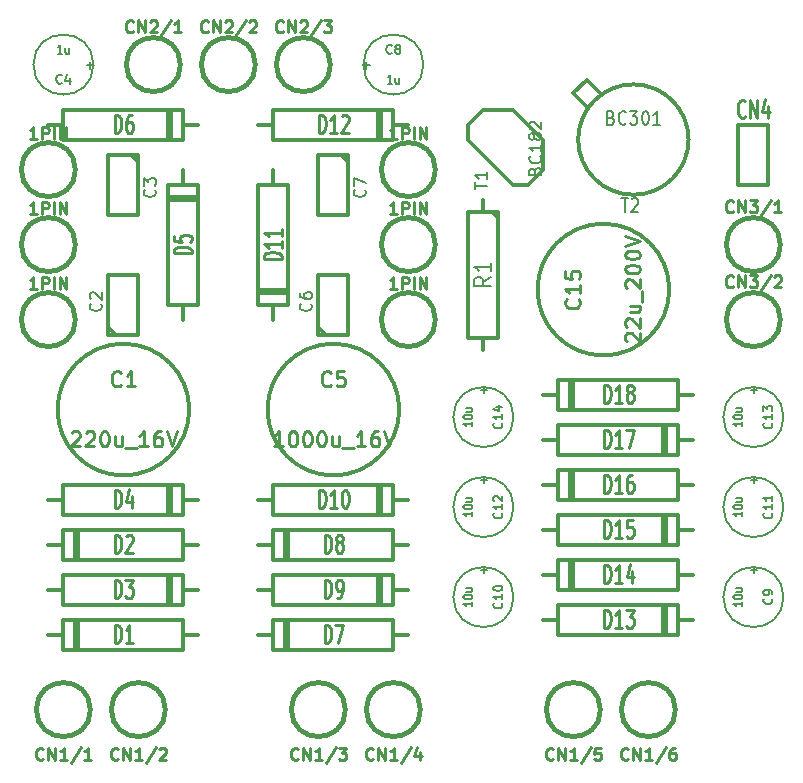
<source format=gbr>
G04 #@! TF.FileFunction,Legend,Top*
%FSLAX46Y46*%
G04 Gerber Fmt 4.6, Leading zero omitted, Abs format (unit mm)*
G04 Created by KiCad (PCBNEW 4.0.5+dfsg1-4+deb9u1) date Sun Sep  4 20:06:36 2022*
%MOMM*%
%LPD*%
G01*
G04 APERTURE LIST*
%ADD10C,0.100000*%
%ADD11C,0.381000*%
%ADD12C,0.304800*%
%ADD13C,0.127000*%
%ADD14C,0.254000*%
%ADD15C,0.203200*%
%ADD16C,0.190500*%
G04 APERTURE END LIST*
D10*
D11*
X179451000Y-95250000D02*
G75*
G03X179451000Y-95250000I-2286000J0D01*
G01*
X179451000Y-88900000D02*
G75*
G03X179451000Y-88900000I-2286000J0D01*
G01*
X128651000Y-73660000D02*
G75*
G03X128651000Y-73660000I-2286000J0D01*
G01*
X135001000Y-73660000D02*
G75*
G03X135001000Y-73660000I-2286000J0D01*
G01*
X141351000Y-73660000D02*
G75*
G03X141351000Y-73660000I-2286000J0D01*
G01*
X150241000Y-95250000D02*
G75*
G03X150241000Y-95250000I-2286000J0D01*
G01*
X150241000Y-88900000D02*
G75*
G03X150241000Y-88900000I-2286000J0D01*
G01*
X150241000Y-82550000D02*
G75*
G03X150241000Y-82550000I-2286000J0D01*
G01*
X150241000Y-82550000D02*
G75*
G03X150241000Y-82550000I-2286000J0D01*
G01*
X150241000Y-88900000D02*
G75*
G03X150241000Y-88900000I-2286000J0D01*
G01*
X150241000Y-95250000D02*
G75*
G03X150241000Y-95250000I-2286000J0D01*
G01*
X119761000Y-95250000D02*
G75*
G03X119761000Y-95250000I-2286000J0D01*
G01*
X119761000Y-88900000D02*
G75*
G03X119761000Y-88900000I-2286000J0D01*
G01*
X119761000Y-82550000D02*
G75*
G03X119761000Y-82550000I-2286000J0D01*
G01*
X119761000Y-82550000D02*
G75*
G03X119761000Y-82550000I-2286000J0D01*
G01*
X164211000Y-128270000D02*
G75*
G03X164211000Y-128270000I-2286000J0D01*
G01*
X170561000Y-128270000D02*
G75*
G03X170561000Y-128270000I-2286000J0D01*
G01*
X148971000Y-128270000D02*
G75*
G03X148971000Y-128270000I-2286000J0D01*
G01*
X142621000Y-128270000D02*
G75*
G03X142621000Y-128270000I-2286000J0D01*
G01*
X127381000Y-128270000D02*
G75*
G03X127381000Y-128270000I-2286000J0D01*
G01*
X121031000Y-128270000D02*
G75*
G03X121031000Y-128270000I-2286000J0D01*
G01*
X119761000Y-88900000D02*
G75*
G03X119761000Y-88900000I-2286000J0D01*
G01*
X119761000Y-95250000D02*
G75*
G03X119761000Y-95250000I-2286000J0D01*
G01*
D12*
X122555000Y-96469200D02*
X122555000Y-91440000D01*
X122555000Y-91440000D02*
X125095000Y-91440000D01*
X125095000Y-91440000D02*
X125095000Y-96520000D01*
X125095000Y-96520000D02*
X122555000Y-96520000D01*
X123190000Y-96520000D02*
X122555000Y-95885000D01*
X125095000Y-81330800D02*
X125095000Y-86360000D01*
X125095000Y-86360000D02*
X122555000Y-86360000D01*
X122555000Y-86360000D02*
X122555000Y-81280000D01*
X122555000Y-81280000D02*
X125095000Y-81280000D01*
X124460000Y-81280000D02*
X125095000Y-81915000D01*
X142875000Y-81330800D02*
X142875000Y-86360000D01*
X142875000Y-86360000D02*
X140335000Y-86360000D01*
X140335000Y-86360000D02*
X140335000Y-81280000D01*
X140335000Y-81280000D02*
X142875000Y-81280000D01*
X142240000Y-81280000D02*
X142875000Y-81915000D01*
X140335000Y-96469200D02*
X140335000Y-91440000D01*
X140335000Y-91440000D02*
X142875000Y-91440000D01*
X142875000Y-91440000D02*
X142875000Y-96520000D01*
X142875000Y-96520000D02*
X140335000Y-96520000D01*
X140970000Y-96520000D02*
X140335000Y-95885000D01*
D13*
X179708173Y-103505000D02*
G75*
G03X179708173Y-103505000I-2543173J0D01*
G01*
X121288173Y-73660000D02*
G75*
G03X121288173Y-73660000I-2543173J0D01*
G01*
X149228173Y-73660000D02*
G75*
G03X149228173Y-73660000I-2543173J0D01*
G01*
X179708173Y-118745000D02*
G75*
G03X179708173Y-118745000I-2543173J0D01*
G01*
X156848173Y-118745000D02*
G75*
G03X156848173Y-118745000I-2543173J0D01*
G01*
X179708173Y-111125000D02*
G75*
G03X179708173Y-111125000I-2543173J0D01*
G01*
X156848173Y-111125000D02*
G75*
G03X156848173Y-111125000I-2543173J0D01*
G01*
X156848173Y-103505000D02*
G75*
G03X156848173Y-103505000I-2543173J0D01*
G01*
D12*
X147181443Y-102870000D02*
G75*
G03X147181443Y-102870000I-5576443J0D01*
G01*
X129401443Y-102870000D02*
G75*
G03X129401443Y-102870000I-5576443J0D01*
G01*
X117475000Y-114300000D02*
X118745000Y-114300000D01*
X118745000Y-114300000D02*
X118745000Y-115570000D01*
X118745000Y-115570000D02*
X128905000Y-115570000D01*
X128905000Y-115570000D02*
X128905000Y-114300000D01*
X128905000Y-114300000D02*
X130175000Y-114300000D01*
X128905000Y-114300000D02*
X128905000Y-113030000D01*
X128905000Y-113030000D02*
X118745000Y-113030000D01*
X118745000Y-113030000D02*
X118745000Y-114300000D01*
X120015000Y-115570000D02*
X120015000Y-113030000D01*
X119761000Y-115570000D02*
X119761000Y-113030000D01*
X130175000Y-118110000D02*
X128905000Y-118110000D01*
X128905000Y-118110000D02*
X128905000Y-116840000D01*
X128905000Y-116840000D02*
X118745000Y-116840000D01*
X118745000Y-116840000D02*
X118745000Y-118110000D01*
X118745000Y-118110000D02*
X117475000Y-118110000D01*
X118745000Y-118110000D02*
X118745000Y-119380000D01*
X118745000Y-119380000D02*
X128905000Y-119380000D01*
X128905000Y-119380000D02*
X128905000Y-118110000D01*
X127635000Y-116840000D02*
X127635000Y-119380000D01*
X127889000Y-116840000D02*
X127889000Y-119380000D01*
X136525000Y-95250000D02*
X136525000Y-93980000D01*
X136525000Y-93980000D02*
X137795000Y-93980000D01*
X137795000Y-93980000D02*
X137795000Y-83820000D01*
X137795000Y-83820000D02*
X136525000Y-83820000D01*
X136525000Y-83820000D02*
X136525000Y-82550000D01*
X136525000Y-83820000D02*
X135255000Y-83820000D01*
X135255000Y-83820000D02*
X135255000Y-93980000D01*
X135255000Y-93980000D02*
X136525000Y-93980000D01*
X137795000Y-92710000D02*
X135255000Y-92710000D01*
X137795000Y-92964000D02*
X135255000Y-92964000D01*
X130175000Y-110490000D02*
X128905000Y-110490000D01*
X128905000Y-110490000D02*
X128905000Y-109220000D01*
X128905000Y-109220000D02*
X118745000Y-109220000D01*
X118745000Y-109220000D02*
X118745000Y-110490000D01*
X118745000Y-110490000D02*
X117475000Y-110490000D01*
X118745000Y-110490000D02*
X118745000Y-111760000D01*
X118745000Y-111760000D02*
X128905000Y-111760000D01*
X128905000Y-111760000D02*
X128905000Y-110490000D01*
X127635000Y-109220000D02*
X127635000Y-111760000D01*
X127889000Y-109220000D02*
X127889000Y-111760000D01*
X128905000Y-82550000D02*
X128905000Y-83820000D01*
X128905000Y-83820000D02*
X127635000Y-83820000D01*
X127635000Y-83820000D02*
X127635000Y-93980000D01*
X127635000Y-93980000D02*
X128905000Y-93980000D01*
X128905000Y-93980000D02*
X128905000Y-95250000D01*
X128905000Y-93980000D02*
X130175000Y-93980000D01*
X130175000Y-93980000D02*
X130175000Y-83820000D01*
X130175000Y-83820000D02*
X128905000Y-83820000D01*
X127635000Y-85090000D02*
X130175000Y-85090000D01*
X127635000Y-84836000D02*
X130175000Y-84836000D01*
X130175000Y-78740000D02*
X128905000Y-78740000D01*
X128905000Y-78740000D02*
X128905000Y-77470000D01*
X128905000Y-77470000D02*
X118745000Y-77470000D01*
X118745000Y-77470000D02*
X118745000Y-78740000D01*
X118745000Y-78740000D02*
X117475000Y-78740000D01*
X118745000Y-78740000D02*
X118745000Y-80010000D01*
X118745000Y-80010000D02*
X128905000Y-80010000D01*
X128905000Y-80010000D02*
X128905000Y-78740000D01*
X127635000Y-77470000D02*
X127635000Y-80010000D01*
X127889000Y-77470000D02*
X127889000Y-80010000D01*
X147955000Y-110490000D02*
X146685000Y-110490000D01*
X146685000Y-110490000D02*
X146685000Y-109220000D01*
X146685000Y-109220000D02*
X136525000Y-109220000D01*
X136525000Y-109220000D02*
X136525000Y-110490000D01*
X136525000Y-110490000D02*
X135255000Y-110490000D01*
X136525000Y-110490000D02*
X136525000Y-111760000D01*
X136525000Y-111760000D02*
X146685000Y-111760000D01*
X146685000Y-111760000D02*
X146685000Y-110490000D01*
X145415000Y-109220000D02*
X145415000Y-111760000D01*
X145669000Y-109220000D02*
X145669000Y-111760000D01*
X135255000Y-114300000D02*
X136525000Y-114300000D01*
X136525000Y-114300000D02*
X136525000Y-115570000D01*
X136525000Y-115570000D02*
X146685000Y-115570000D01*
X146685000Y-115570000D02*
X146685000Y-114300000D01*
X146685000Y-114300000D02*
X147955000Y-114300000D01*
X146685000Y-114300000D02*
X146685000Y-113030000D01*
X146685000Y-113030000D02*
X136525000Y-113030000D01*
X136525000Y-113030000D02*
X136525000Y-114300000D01*
X137795000Y-115570000D02*
X137795000Y-113030000D01*
X137541000Y-115570000D02*
X137541000Y-113030000D01*
X117475000Y-121920000D02*
X118745000Y-121920000D01*
X118745000Y-121920000D02*
X118745000Y-123190000D01*
X118745000Y-123190000D02*
X128905000Y-123190000D01*
X128905000Y-123190000D02*
X128905000Y-121920000D01*
X128905000Y-121920000D02*
X130175000Y-121920000D01*
X128905000Y-121920000D02*
X128905000Y-120650000D01*
X128905000Y-120650000D02*
X118745000Y-120650000D01*
X118745000Y-120650000D02*
X118745000Y-121920000D01*
X120015000Y-123190000D02*
X120015000Y-120650000D01*
X119761000Y-123190000D02*
X119761000Y-120650000D01*
X147955000Y-118110000D02*
X146685000Y-118110000D01*
X146685000Y-118110000D02*
X146685000Y-116840000D01*
X146685000Y-116840000D02*
X136525000Y-116840000D01*
X136525000Y-116840000D02*
X136525000Y-118110000D01*
X136525000Y-118110000D02*
X135255000Y-118110000D01*
X136525000Y-118110000D02*
X136525000Y-119380000D01*
X136525000Y-119380000D02*
X146685000Y-119380000D01*
X146685000Y-119380000D02*
X146685000Y-118110000D01*
X145415000Y-116840000D02*
X145415000Y-119380000D01*
X145669000Y-116840000D02*
X145669000Y-119380000D01*
X135255000Y-121920000D02*
X136525000Y-121920000D01*
X136525000Y-121920000D02*
X136525000Y-123190000D01*
X136525000Y-123190000D02*
X146685000Y-123190000D01*
X146685000Y-123190000D02*
X146685000Y-121920000D01*
X146685000Y-121920000D02*
X147955000Y-121920000D01*
X146685000Y-121920000D02*
X146685000Y-120650000D01*
X146685000Y-120650000D02*
X136525000Y-120650000D01*
X136525000Y-120650000D02*
X136525000Y-121920000D01*
X137795000Y-123190000D02*
X137795000Y-120650000D01*
X137541000Y-123190000D02*
X137541000Y-120650000D01*
X154305000Y-85090000D02*
X154305000Y-86106000D01*
X154305000Y-97790000D02*
X154305000Y-96774000D01*
X155575000Y-96774000D02*
X153035000Y-96774000D01*
X153035000Y-96774000D02*
X153035000Y-86106000D01*
X153035000Y-86106000D02*
X155575000Y-86106000D01*
X155575000Y-86106000D02*
X155575000Y-96774000D01*
X155067000Y-86106000D02*
X155575000Y-86614000D01*
X171678186Y-80010000D02*
G75*
G03X171678186Y-80010000I-4673186J0D01*
G01*
X163195000Y-77343000D02*
X161925000Y-76073000D01*
X164338000Y-76200000D02*
X163068000Y-74930000D01*
X163068000Y-74930000D02*
X161925000Y-76073000D01*
X153035000Y-80010000D02*
X156845000Y-83820000D01*
X156845000Y-83820000D02*
X158115000Y-83820000D01*
X158115000Y-83820000D02*
X159385000Y-82550000D01*
X159385000Y-82550000D02*
X159385000Y-80010000D01*
X159385000Y-80010000D02*
X156845000Y-77470000D01*
X156845000Y-77470000D02*
X154305000Y-77470000D01*
X154305000Y-77470000D02*
X153035000Y-78740000D01*
X153035000Y-78740000D02*
X153035000Y-80010000D01*
X172085000Y-105410000D02*
X170815000Y-105410000D01*
X170815000Y-105410000D02*
X170815000Y-104140000D01*
X170815000Y-104140000D02*
X160655000Y-104140000D01*
X160655000Y-104140000D02*
X160655000Y-105410000D01*
X160655000Y-105410000D02*
X159385000Y-105410000D01*
X160655000Y-105410000D02*
X160655000Y-106680000D01*
X160655000Y-106680000D02*
X170815000Y-106680000D01*
X170815000Y-106680000D02*
X170815000Y-105410000D01*
X169545000Y-104140000D02*
X169545000Y-106680000D01*
X169799000Y-104140000D02*
X169799000Y-106680000D01*
X159385000Y-109220000D02*
X160655000Y-109220000D01*
X160655000Y-109220000D02*
X160655000Y-110490000D01*
X160655000Y-110490000D02*
X170815000Y-110490000D01*
X170815000Y-110490000D02*
X170815000Y-109220000D01*
X170815000Y-109220000D02*
X172085000Y-109220000D01*
X170815000Y-109220000D02*
X170815000Y-107950000D01*
X170815000Y-107950000D02*
X160655000Y-107950000D01*
X160655000Y-107950000D02*
X160655000Y-109220000D01*
X161925000Y-110490000D02*
X161925000Y-107950000D01*
X161671000Y-110490000D02*
X161671000Y-107950000D01*
X172085000Y-113030000D02*
X170815000Y-113030000D01*
X170815000Y-113030000D02*
X170815000Y-111760000D01*
X170815000Y-111760000D02*
X160655000Y-111760000D01*
X160655000Y-111760000D02*
X160655000Y-113030000D01*
X160655000Y-113030000D02*
X159385000Y-113030000D01*
X160655000Y-113030000D02*
X160655000Y-114300000D01*
X160655000Y-114300000D02*
X170815000Y-114300000D01*
X170815000Y-114300000D02*
X170815000Y-113030000D01*
X169545000Y-111760000D02*
X169545000Y-114300000D01*
X169799000Y-111760000D02*
X169799000Y-114300000D01*
X159385000Y-116840000D02*
X160655000Y-116840000D01*
X160655000Y-116840000D02*
X160655000Y-118110000D01*
X160655000Y-118110000D02*
X170815000Y-118110000D01*
X170815000Y-118110000D02*
X170815000Y-116840000D01*
X170815000Y-116840000D02*
X172085000Y-116840000D01*
X170815000Y-116840000D02*
X170815000Y-115570000D01*
X170815000Y-115570000D02*
X160655000Y-115570000D01*
X160655000Y-115570000D02*
X160655000Y-116840000D01*
X161925000Y-118110000D02*
X161925000Y-115570000D01*
X161671000Y-118110000D02*
X161671000Y-115570000D01*
X172085000Y-120650000D02*
X170815000Y-120650000D01*
X170815000Y-120650000D02*
X170815000Y-119380000D01*
X170815000Y-119380000D02*
X160655000Y-119380000D01*
X160655000Y-119380000D02*
X160655000Y-120650000D01*
X160655000Y-120650000D02*
X159385000Y-120650000D01*
X160655000Y-120650000D02*
X160655000Y-121920000D01*
X160655000Y-121920000D02*
X170815000Y-121920000D01*
X170815000Y-121920000D02*
X170815000Y-120650000D01*
X169545000Y-119380000D02*
X169545000Y-121920000D01*
X169799000Y-119380000D02*
X169799000Y-121920000D01*
X147955000Y-78740000D02*
X146685000Y-78740000D01*
X146685000Y-78740000D02*
X146685000Y-77470000D01*
X146685000Y-77470000D02*
X136525000Y-77470000D01*
X136525000Y-77470000D02*
X136525000Y-78740000D01*
X136525000Y-78740000D02*
X135255000Y-78740000D01*
X136525000Y-78740000D02*
X136525000Y-80010000D01*
X136525000Y-80010000D02*
X146685000Y-80010000D01*
X146685000Y-80010000D02*
X146685000Y-78740000D01*
X145415000Y-77470000D02*
X145415000Y-80010000D01*
X145669000Y-77470000D02*
X145669000Y-80010000D01*
X159385000Y-101600000D02*
X160655000Y-101600000D01*
X160655000Y-101600000D02*
X160655000Y-102870000D01*
X160655000Y-102870000D02*
X170815000Y-102870000D01*
X170815000Y-102870000D02*
X170815000Y-101600000D01*
X170815000Y-101600000D02*
X172085000Y-101600000D01*
X170815000Y-101600000D02*
X170815000Y-100330000D01*
X170815000Y-100330000D02*
X160655000Y-100330000D01*
X160655000Y-100330000D02*
X160655000Y-101600000D01*
X161925000Y-102870000D02*
X161925000Y-100330000D01*
X161671000Y-102870000D02*
X161671000Y-100330000D01*
X170041443Y-92710000D02*
G75*
G03X170041443Y-92710000I-5576443J0D01*
G01*
X178435000Y-83820000D02*
X175895000Y-83820000D01*
X175895000Y-83820000D02*
X175895000Y-78740000D01*
X175895000Y-78740000D02*
X178435000Y-78740000D01*
X178435000Y-78740000D02*
X178435000Y-83820000D01*
D14*
X175447476Y-92437857D02*
X175399095Y-92486238D01*
X175253952Y-92534619D01*
X175157190Y-92534619D01*
X175012048Y-92486238D01*
X174915286Y-92389476D01*
X174866905Y-92292714D01*
X174818524Y-92099190D01*
X174818524Y-91954048D01*
X174866905Y-91760524D01*
X174915286Y-91663762D01*
X175012048Y-91567000D01*
X175157190Y-91518619D01*
X175253952Y-91518619D01*
X175399095Y-91567000D01*
X175447476Y-91615381D01*
X175882905Y-92534619D02*
X175882905Y-91518619D01*
X176463476Y-92534619D01*
X176463476Y-91518619D01*
X176850524Y-91518619D02*
X177479476Y-91518619D01*
X177140810Y-91905667D01*
X177285952Y-91905667D01*
X177382714Y-91954048D01*
X177431095Y-92002429D01*
X177479476Y-92099190D01*
X177479476Y-92341095D01*
X177431095Y-92437857D01*
X177382714Y-92486238D01*
X177285952Y-92534619D01*
X176995667Y-92534619D01*
X176898905Y-92486238D01*
X176850524Y-92437857D01*
X178640619Y-91470238D02*
X177769762Y-92776524D01*
X178930905Y-91615381D02*
X178979286Y-91567000D01*
X179076048Y-91518619D01*
X179317952Y-91518619D01*
X179414714Y-91567000D01*
X179463095Y-91615381D01*
X179511476Y-91712143D01*
X179511476Y-91808905D01*
X179463095Y-91954048D01*
X178882524Y-92534619D01*
X179511476Y-92534619D01*
X175447476Y-86087857D02*
X175399095Y-86136238D01*
X175253952Y-86184619D01*
X175157190Y-86184619D01*
X175012048Y-86136238D01*
X174915286Y-86039476D01*
X174866905Y-85942714D01*
X174818524Y-85749190D01*
X174818524Y-85604048D01*
X174866905Y-85410524D01*
X174915286Y-85313762D01*
X175012048Y-85217000D01*
X175157190Y-85168619D01*
X175253952Y-85168619D01*
X175399095Y-85217000D01*
X175447476Y-85265381D01*
X175882905Y-86184619D02*
X175882905Y-85168619D01*
X176463476Y-86184619D01*
X176463476Y-85168619D01*
X176850524Y-85168619D02*
X177479476Y-85168619D01*
X177140810Y-85555667D01*
X177285952Y-85555667D01*
X177382714Y-85604048D01*
X177431095Y-85652429D01*
X177479476Y-85749190D01*
X177479476Y-85991095D01*
X177431095Y-86087857D01*
X177382714Y-86136238D01*
X177285952Y-86184619D01*
X176995667Y-86184619D01*
X176898905Y-86136238D01*
X176850524Y-86087857D01*
X178640619Y-85120238D02*
X177769762Y-86426524D01*
X179511476Y-86184619D02*
X178930905Y-86184619D01*
X179221191Y-86184619D02*
X179221191Y-85168619D01*
X179124429Y-85313762D01*
X179027667Y-85410524D01*
X178930905Y-85458905D01*
X124647476Y-70847857D02*
X124599095Y-70896238D01*
X124453952Y-70944619D01*
X124357190Y-70944619D01*
X124212048Y-70896238D01*
X124115286Y-70799476D01*
X124066905Y-70702714D01*
X124018524Y-70509190D01*
X124018524Y-70364048D01*
X124066905Y-70170524D01*
X124115286Y-70073762D01*
X124212048Y-69977000D01*
X124357190Y-69928619D01*
X124453952Y-69928619D01*
X124599095Y-69977000D01*
X124647476Y-70025381D01*
X125082905Y-70944619D02*
X125082905Y-69928619D01*
X125663476Y-70944619D01*
X125663476Y-69928619D01*
X126098905Y-70025381D02*
X126147286Y-69977000D01*
X126244048Y-69928619D01*
X126485952Y-69928619D01*
X126582714Y-69977000D01*
X126631095Y-70025381D01*
X126679476Y-70122143D01*
X126679476Y-70218905D01*
X126631095Y-70364048D01*
X126050524Y-70944619D01*
X126679476Y-70944619D01*
X127840619Y-69880238D02*
X126969762Y-71186524D01*
X128711476Y-70944619D02*
X128130905Y-70944619D01*
X128421191Y-70944619D02*
X128421191Y-69928619D01*
X128324429Y-70073762D01*
X128227667Y-70170524D01*
X128130905Y-70218905D01*
X130997476Y-70847857D02*
X130949095Y-70896238D01*
X130803952Y-70944619D01*
X130707190Y-70944619D01*
X130562048Y-70896238D01*
X130465286Y-70799476D01*
X130416905Y-70702714D01*
X130368524Y-70509190D01*
X130368524Y-70364048D01*
X130416905Y-70170524D01*
X130465286Y-70073762D01*
X130562048Y-69977000D01*
X130707190Y-69928619D01*
X130803952Y-69928619D01*
X130949095Y-69977000D01*
X130997476Y-70025381D01*
X131432905Y-70944619D02*
X131432905Y-69928619D01*
X132013476Y-70944619D01*
X132013476Y-69928619D01*
X132448905Y-70025381D02*
X132497286Y-69977000D01*
X132594048Y-69928619D01*
X132835952Y-69928619D01*
X132932714Y-69977000D01*
X132981095Y-70025381D01*
X133029476Y-70122143D01*
X133029476Y-70218905D01*
X132981095Y-70364048D01*
X132400524Y-70944619D01*
X133029476Y-70944619D01*
X134190619Y-69880238D02*
X133319762Y-71186524D01*
X134480905Y-70025381D02*
X134529286Y-69977000D01*
X134626048Y-69928619D01*
X134867952Y-69928619D01*
X134964714Y-69977000D01*
X135013095Y-70025381D01*
X135061476Y-70122143D01*
X135061476Y-70218905D01*
X135013095Y-70364048D01*
X134432524Y-70944619D01*
X135061476Y-70944619D01*
X137347476Y-70847857D02*
X137299095Y-70896238D01*
X137153952Y-70944619D01*
X137057190Y-70944619D01*
X136912048Y-70896238D01*
X136815286Y-70799476D01*
X136766905Y-70702714D01*
X136718524Y-70509190D01*
X136718524Y-70364048D01*
X136766905Y-70170524D01*
X136815286Y-70073762D01*
X136912048Y-69977000D01*
X137057190Y-69928619D01*
X137153952Y-69928619D01*
X137299095Y-69977000D01*
X137347476Y-70025381D01*
X137782905Y-70944619D02*
X137782905Y-69928619D01*
X138363476Y-70944619D01*
X138363476Y-69928619D01*
X138798905Y-70025381D02*
X138847286Y-69977000D01*
X138944048Y-69928619D01*
X139185952Y-69928619D01*
X139282714Y-69977000D01*
X139331095Y-70025381D01*
X139379476Y-70122143D01*
X139379476Y-70218905D01*
X139331095Y-70364048D01*
X138750524Y-70944619D01*
X139379476Y-70944619D01*
X140540619Y-69880238D02*
X139669762Y-71186524D01*
X140782524Y-69928619D02*
X141411476Y-69928619D01*
X141072810Y-70315667D01*
X141217952Y-70315667D01*
X141314714Y-70364048D01*
X141363095Y-70412429D01*
X141411476Y-70509190D01*
X141411476Y-70751095D01*
X141363095Y-70847857D01*
X141314714Y-70896238D01*
X141217952Y-70944619D01*
X140927667Y-70944619D01*
X140830905Y-70896238D01*
X140782524Y-70847857D01*
X146963190Y-92661619D02*
X146382619Y-92661619D01*
X146672905Y-92661619D02*
X146672905Y-91645619D01*
X146576143Y-91790762D01*
X146479381Y-91887524D01*
X146382619Y-91935905D01*
X147398619Y-92661619D02*
X147398619Y-91645619D01*
X147785666Y-91645619D01*
X147882428Y-91694000D01*
X147930809Y-91742381D01*
X147979190Y-91839143D01*
X147979190Y-91984286D01*
X147930809Y-92081048D01*
X147882428Y-92129429D01*
X147785666Y-92177810D01*
X147398619Y-92177810D01*
X148414619Y-92661619D02*
X148414619Y-91645619D01*
X148898429Y-92661619D02*
X148898429Y-91645619D01*
X149479000Y-92661619D01*
X149479000Y-91645619D01*
X146963190Y-86311619D02*
X146382619Y-86311619D01*
X146672905Y-86311619D02*
X146672905Y-85295619D01*
X146576143Y-85440762D01*
X146479381Y-85537524D01*
X146382619Y-85585905D01*
X147398619Y-86311619D02*
X147398619Y-85295619D01*
X147785666Y-85295619D01*
X147882428Y-85344000D01*
X147930809Y-85392381D01*
X147979190Y-85489143D01*
X147979190Y-85634286D01*
X147930809Y-85731048D01*
X147882428Y-85779429D01*
X147785666Y-85827810D01*
X147398619Y-85827810D01*
X148414619Y-86311619D02*
X148414619Y-85295619D01*
X148898429Y-86311619D02*
X148898429Y-85295619D01*
X149479000Y-86311619D01*
X149479000Y-85295619D01*
X146963190Y-79961619D02*
X146382619Y-79961619D01*
X146672905Y-79961619D02*
X146672905Y-78945619D01*
X146576143Y-79090762D01*
X146479381Y-79187524D01*
X146382619Y-79235905D01*
X147398619Y-79961619D02*
X147398619Y-78945619D01*
X147785666Y-78945619D01*
X147882428Y-78994000D01*
X147930809Y-79042381D01*
X147979190Y-79139143D01*
X147979190Y-79284286D01*
X147930809Y-79381048D01*
X147882428Y-79429429D01*
X147785666Y-79477810D01*
X147398619Y-79477810D01*
X148414619Y-79961619D02*
X148414619Y-78945619D01*
X148898429Y-79961619D02*
X148898429Y-78945619D01*
X149479000Y-79961619D01*
X149479000Y-78945619D01*
X146963190Y-79961619D02*
X146382619Y-79961619D01*
X146672905Y-79961619D02*
X146672905Y-78945619D01*
X146576143Y-79090762D01*
X146479381Y-79187524D01*
X146382619Y-79235905D01*
X147398619Y-79961619D02*
X147398619Y-78945619D01*
X147785666Y-78945619D01*
X147882428Y-78994000D01*
X147930809Y-79042381D01*
X147979190Y-79139143D01*
X147979190Y-79284286D01*
X147930809Y-79381048D01*
X147882428Y-79429429D01*
X147785666Y-79477810D01*
X147398619Y-79477810D01*
X148414619Y-79961619D02*
X148414619Y-78945619D01*
X148898429Y-79961619D02*
X148898429Y-78945619D01*
X149479000Y-79961619D01*
X149479000Y-78945619D01*
X146963190Y-86311619D02*
X146382619Y-86311619D01*
X146672905Y-86311619D02*
X146672905Y-85295619D01*
X146576143Y-85440762D01*
X146479381Y-85537524D01*
X146382619Y-85585905D01*
X147398619Y-86311619D02*
X147398619Y-85295619D01*
X147785666Y-85295619D01*
X147882428Y-85344000D01*
X147930809Y-85392381D01*
X147979190Y-85489143D01*
X147979190Y-85634286D01*
X147930809Y-85731048D01*
X147882428Y-85779429D01*
X147785666Y-85827810D01*
X147398619Y-85827810D01*
X148414619Y-86311619D02*
X148414619Y-85295619D01*
X148898429Y-86311619D02*
X148898429Y-85295619D01*
X149479000Y-86311619D01*
X149479000Y-85295619D01*
X146963190Y-92661619D02*
X146382619Y-92661619D01*
X146672905Y-92661619D02*
X146672905Y-91645619D01*
X146576143Y-91790762D01*
X146479381Y-91887524D01*
X146382619Y-91935905D01*
X147398619Y-92661619D02*
X147398619Y-91645619D01*
X147785666Y-91645619D01*
X147882428Y-91694000D01*
X147930809Y-91742381D01*
X147979190Y-91839143D01*
X147979190Y-91984286D01*
X147930809Y-92081048D01*
X147882428Y-92129429D01*
X147785666Y-92177810D01*
X147398619Y-92177810D01*
X148414619Y-92661619D02*
X148414619Y-91645619D01*
X148898429Y-92661619D02*
X148898429Y-91645619D01*
X149479000Y-92661619D01*
X149479000Y-91645619D01*
X116483190Y-92661619D02*
X115902619Y-92661619D01*
X116192905Y-92661619D02*
X116192905Y-91645619D01*
X116096143Y-91790762D01*
X115999381Y-91887524D01*
X115902619Y-91935905D01*
X116918619Y-92661619D02*
X116918619Y-91645619D01*
X117305666Y-91645619D01*
X117402428Y-91694000D01*
X117450809Y-91742381D01*
X117499190Y-91839143D01*
X117499190Y-91984286D01*
X117450809Y-92081048D01*
X117402428Y-92129429D01*
X117305666Y-92177810D01*
X116918619Y-92177810D01*
X117934619Y-92661619D02*
X117934619Y-91645619D01*
X118418429Y-92661619D02*
X118418429Y-91645619D01*
X118999000Y-92661619D01*
X118999000Y-91645619D01*
X116483190Y-86311619D02*
X115902619Y-86311619D01*
X116192905Y-86311619D02*
X116192905Y-85295619D01*
X116096143Y-85440762D01*
X115999381Y-85537524D01*
X115902619Y-85585905D01*
X116918619Y-86311619D02*
X116918619Y-85295619D01*
X117305666Y-85295619D01*
X117402428Y-85344000D01*
X117450809Y-85392381D01*
X117499190Y-85489143D01*
X117499190Y-85634286D01*
X117450809Y-85731048D01*
X117402428Y-85779429D01*
X117305666Y-85827810D01*
X116918619Y-85827810D01*
X117934619Y-86311619D02*
X117934619Y-85295619D01*
X118418429Y-86311619D02*
X118418429Y-85295619D01*
X118999000Y-86311619D01*
X118999000Y-85295619D01*
X116483190Y-79961619D02*
X115902619Y-79961619D01*
X116192905Y-79961619D02*
X116192905Y-78945619D01*
X116096143Y-79090762D01*
X115999381Y-79187524D01*
X115902619Y-79235905D01*
X116918619Y-79961619D02*
X116918619Y-78945619D01*
X117305666Y-78945619D01*
X117402428Y-78994000D01*
X117450809Y-79042381D01*
X117499190Y-79139143D01*
X117499190Y-79284286D01*
X117450809Y-79381048D01*
X117402428Y-79429429D01*
X117305666Y-79477810D01*
X116918619Y-79477810D01*
X117934619Y-79961619D02*
X117934619Y-78945619D01*
X118418429Y-79961619D02*
X118418429Y-78945619D01*
X118999000Y-79961619D01*
X118999000Y-78945619D01*
X116483190Y-79961619D02*
X115902619Y-79961619D01*
X116192905Y-79961619D02*
X116192905Y-78945619D01*
X116096143Y-79090762D01*
X115999381Y-79187524D01*
X115902619Y-79235905D01*
X116918619Y-79961619D02*
X116918619Y-78945619D01*
X117305666Y-78945619D01*
X117402428Y-78994000D01*
X117450809Y-79042381D01*
X117499190Y-79139143D01*
X117499190Y-79284286D01*
X117450809Y-79381048D01*
X117402428Y-79429429D01*
X117305666Y-79477810D01*
X116918619Y-79477810D01*
X117934619Y-79961619D02*
X117934619Y-78945619D01*
X118418429Y-79961619D02*
X118418429Y-78945619D01*
X118999000Y-79961619D01*
X118999000Y-78945619D01*
X160207476Y-132442857D02*
X160159095Y-132491238D01*
X160013952Y-132539619D01*
X159917190Y-132539619D01*
X159772048Y-132491238D01*
X159675286Y-132394476D01*
X159626905Y-132297714D01*
X159578524Y-132104190D01*
X159578524Y-131959048D01*
X159626905Y-131765524D01*
X159675286Y-131668762D01*
X159772048Y-131572000D01*
X159917190Y-131523619D01*
X160013952Y-131523619D01*
X160159095Y-131572000D01*
X160207476Y-131620381D01*
X160642905Y-132539619D02*
X160642905Y-131523619D01*
X161223476Y-132539619D01*
X161223476Y-131523619D01*
X162239476Y-132539619D02*
X161658905Y-132539619D01*
X161949191Y-132539619D02*
X161949191Y-131523619D01*
X161852429Y-131668762D01*
X161755667Y-131765524D01*
X161658905Y-131813905D01*
X163400619Y-131475238D02*
X162529762Y-132781524D01*
X164223095Y-131523619D02*
X163739286Y-131523619D01*
X163690905Y-132007429D01*
X163739286Y-131959048D01*
X163836048Y-131910667D01*
X164077952Y-131910667D01*
X164174714Y-131959048D01*
X164223095Y-132007429D01*
X164271476Y-132104190D01*
X164271476Y-132346095D01*
X164223095Y-132442857D01*
X164174714Y-132491238D01*
X164077952Y-132539619D01*
X163836048Y-132539619D01*
X163739286Y-132491238D01*
X163690905Y-132442857D01*
X166557476Y-132442857D02*
X166509095Y-132491238D01*
X166363952Y-132539619D01*
X166267190Y-132539619D01*
X166122048Y-132491238D01*
X166025286Y-132394476D01*
X165976905Y-132297714D01*
X165928524Y-132104190D01*
X165928524Y-131959048D01*
X165976905Y-131765524D01*
X166025286Y-131668762D01*
X166122048Y-131572000D01*
X166267190Y-131523619D01*
X166363952Y-131523619D01*
X166509095Y-131572000D01*
X166557476Y-131620381D01*
X166992905Y-132539619D02*
X166992905Y-131523619D01*
X167573476Y-132539619D01*
X167573476Y-131523619D01*
X168589476Y-132539619D02*
X168008905Y-132539619D01*
X168299191Y-132539619D02*
X168299191Y-131523619D01*
X168202429Y-131668762D01*
X168105667Y-131765524D01*
X168008905Y-131813905D01*
X169750619Y-131475238D02*
X168879762Y-132781524D01*
X170524714Y-131523619D02*
X170331191Y-131523619D01*
X170234429Y-131572000D01*
X170186048Y-131620381D01*
X170089286Y-131765524D01*
X170040905Y-131959048D01*
X170040905Y-132346095D01*
X170089286Y-132442857D01*
X170137667Y-132491238D01*
X170234429Y-132539619D01*
X170427952Y-132539619D01*
X170524714Y-132491238D01*
X170573095Y-132442857D01*
X170621476Y-132346095D01*
X170621476Y-132104190D01*
X170573095Y-132007429D01*
X170524714Y-131959048D01*
X170427952Y-131910667D01*
X170234429Y-131910667D01*
X170137667Y-131959048D01*
X170089286Y-132007429D01*
X170040905Y-132104190D01*
X144967476Y-132442857D02*
X144919095Y-132491238D01*
X144773952Y-132539619D01*
X144677190Y-132539619D01*
X144532048Y-132491238D01*
X144435286Y-132394476D01*
X144386905Y-132297714D01*
X144338524Y-132104190D01*
X144338524Y-131959048D01*
X144386905Y-131765524D01*
X144435286Y-131668762D01*
X144532048Y-131572000D01*
X144677190Y-131523619D01*
X144773952Y-131523619D01*
X144919095Y-131572000D01*
X144967476Y-131620381D01*
X145402905Y-132539619D02*
X145402905Y-131523619D01*
X145983476Y-132539619D01*
X145983476Y-131523619D01*
X146999476Y-132539619D02*
X146418905Y-132539619D01*
X146709191Y-132539619D02*
X146709191Y-131523619D01*
X146612429Y-131668762D01*
X146515667Y-131765524D01*
X146418905Y-131813905D01*
X148160619Y-131475238D02*
X147289762Y-132781524D01*
X148934714Y-131862286D02*
X148934714Y-132539619D01*
X148692810Y-131475238D02*
X148450905Y-132200952D01*
X149079857Y-132200952D01*
X138617476Y-132442857D02*
X138569095Y-132491238D01*
X138423952Y-132539619D01*
X138327190Y-132539619D01*
X138182048Y-132491238D01*
X138085286Y-132394476D01*
X138036905Y-132297714D01*
X137988524Y-132104190D01*
X137988524Y-131959048D01*
X138036905Y-131765524D01*
X138085286Y-131668762D01*
X138182048Y-131572000D01*
X138327190Y-131523619D01*
X138423952Y-131523619D01*
X138569095Y-131572000D01*
X138617476Y-131620381D01*
X139052905Y-132539619D02*
X139052905Y-131523619D01*
X139633476Y-132539619D01*
X139633476Y-131523619D01*
X140649476Y-132539619D02*
X140068905Y-132539619D01*
X140359191Y-132539619D02*
X140359191Y-131523619D01*
X140262429Y-131668762D01*
X140165667Y-131765524D01*
X140068905Y-131813905D01*
X141810619Y-131475238D02*
X140939762Y-132781524D01*
X142052524Y-131523619D02*
X142681476Y-131523619D01*
X142342810Y-131910667D01*
X142487952Y-131910667D01*
X142584714Y-131959048D01*
X142633095Y-132007429D01*
X142681476Y-132104190D01*
X142681476Y-132346095D01*
X142633095Y-132442857D01*
X142584714Y-132491238D01*
X142487952Y-132539619D01*
X142197667Y-132539619D01*
X142100905Y-132491238D01*
X142052524Y-132442857D01*
X123377476Y-132442857D02*
X123329095Y-132491238D01*
X123183952Y-132539619D01*
X123087190Y-132539619D01*
X122942048Y-132491238D01*
X122845286Y-132394476D01*
X122796905Y-132297714D01*
X122748524Y-132104190D01*
X122748524Y-131959048D01*
X122796905Y-131765524D01*
X122845286Y-131668762D01*
X122942048Y-131572000D01*
X123087190Y-131523619D01*
X123183952Y-131523619D01*
X123329095Y-131572000D01*
X123377476Y-131620381D01*
X123812905Y-132539619D02*
X123812905Y-131523619D01*
X124393476Y-132539619D01*
X124393476Y-131523619D01*
X125409476Y-132539619D02*
X124828905Y-132539619D01*
X125119191Y-132539619D02*
X125119191Y-131523619D01*
X125022429Y-131668762D01*
X124925667Y-131765524D01*
X124828905Y-131813905D01*
X126570619Y-131475238D02*
X125699762Y-132781524D01*
X126860905Y-131620381D02*
X126909286Y-131572000D01*
X127006048Y-131523619D01*
X127247952Y-131523619D01*
X127344714Y-131572000D01*
X127393095Y-131620381D01*
X127441476Y-131717143D01*
X127441476Y-131813905D01*
X127393095Y-131959048D01*
X126812524Y-132539619D01*
X127441476Y-132539619D01*
X117027476Y-132442857D02*
X116979095Y-132491238D01*
X116833952Y-132539619D01*
X116737190Y-132539619D01*
X116592048Y-132491238D01*
X116495286Y-132394476D01*
X116446905Y-132297714D01*
X116398524Y-132104190D01*
X116398524Y-131959048D01*
X116446905Y-131765524D01*
X116495286Y-131668762D01*
X116592048Y-131572000D01*
X116737190Y-131523619D01*
X116833952Y-131523619D01*
X116979095Y-131572000D01*
X117027476Y-131620381D01*
X117462905Y-132539619D02*
X117462905Y-131523619D01*
X118043476Y-132539619D01*
X118043476Y-131523619D01*
X119059476Y-132539619D02*
X118478905Y-132539619D01*
X118769191Y-132539619D02*
X118769191Y-131523619D01*
X118672429Y-131668762D01*
X118575667Y-131765524D01*
X118478905Y-131813905D01*
X120220619Y-131475238D02*
X119349762Y-132781524D01*
X121091476Y-132539619D02*
X120510905Y-132539619D01*
X120801191Y-132539619D02*
X120801191Y-131523619D01*
X120704429Y-131668762D01*
X120607667Y-131765524D01*
X120510905Y-131813905D01*
X116483190Y-86311619D02*
X115902619Y-86311619D01*
X116192905Y-86311619D02*
X116192905Y-85295619D01*
X116096143Y-85440762D01*
X115999381Y-85537524D01*
X115902619Y-85585905D01*
X116918619Y-86311619D02*
X116918619Y-85295619D01*
X117305666Y-85295619D01*
X117402428Y-85344000D01*
X117450809Y-85392381D01*
X117499190Y-85489143D01*
X117499190Y-85634286D01*
X117450809Y-85731048D01*
X117402428Y-85779429D01*
X117305666Y-85827810D01*
X116918619Y-85827810D01*
X117934619Y-86311619D02*
X117934619Y-85295619D01*
X118418429Y-86311619D02*
X118418429Y-85295619D01*
X118999000Y-86311619D01*
X118999000Y-85295619D01*
X116483190Y-92661619D02*
X115902619Y-92661619D01*
X116192905Y-92661619D02*
X116192905Y-91645619D01*
X116096143Y-91790762D01*
X115999381Y-91887524D01*
X115902619Y-91935905D01*
X116918619Y-92661619D02*
X116918619Y-91645619D01*
X117305666Y-91645619D01*
X117402428Y-91694000D01*
X117450809Y-91742381D01*
X117499190Y-91839143D01*
X117499190Y-91984286D01*
X117450809Y-92081048D01*
X117402428Y-92129429D01*
X117305666Y-92177810D01*
X116918619Y-92177810D01*
X117934619Y-92661619D02*
X117934619Y-91645619D01*
X118418429Y-92661619D02*
X118418429Y-91645619D01*
X118999000Y-92661619D01*
X118999000Y-91645619D01*
D15*
X121901857Y-93895333D02*
X121950238Y-93943714D01*
X121998619Y-94088857D01*
X121998619Y-94185619D01*
X121950238Y-94330761D01*
X121853476Y-94427523D01*
X121756714Y-94475904D01*
X121563190Y-94524285D01*
X121418048Y-94524285D01*
X121224524Y-94475904D01*
X121127762Y-94427523D01*
X121031000Y-94330761D01*
X120982619Y-94185619D01*
X120982619Y-94088857D01*
X121031000Y-93943714D01*
X121079381Y-93895333D01*
X121079381Y-93508285D02*
X121031000Y-93459904D01*
X120982619Y-93363142D01*
X120982619Y-93121238D01*
X121031000Y-93024476D01*
X121079381Y-92976095D01*
X121176143Y-92927714D01*
X121272905Y-92927714D01*
X121418048Y-92976095D01*
X121998619Y-93556666D01*
X121998619Y-92927714D01*
X126473857Y-84243333D02*
X126522238Y-84291714D01*
X126570619Y-84436857D01*
X126570619Y-84533619D01*
X126522238Y-84678761D01*
X126425476Y-84775523D01*
X126328714Y-84823904D01*
X126135190Y-84872285D01*
X125990048Y-84872285D01*
X125796524Y-84823904D01*
X125699762Y-84775523D01*
X125603000Y-84678761D01*
X125554619Y-84533619D01*
X125554619Y-84436857D01*
X125603000Y-84291714D01*
X125651381Y-84243333D01*
X125554619Y-83904666D02*
X125554619Y-83275714D01*
X125941667Y-83614380D01*
X125941667Y-83469238D01*
X125990048Y-83372476D01*
X126038429Y-83324095D01*
X126135190Y-83275714D01*
X126377095Y-83275714D01*
X126473857Y-83324095D01*
X126522238Y-83372476D01*
X126570619Y-83469238D01*
X126570619Y-83759523D01*
X126522238Y-83856285D01*
X126473857Y-83904666D01*
X144253857Y-84243333D02*
X144302238Y-84291714D01*
X144350619Y-84436857D01*
X144350619Y-84533619D01*
X144302238Y-84678761D01*
X144205476Y-84775523D01*
X144108714Y-84823904D01*
X143915190Y-84872285D01*
X143770048Y-84872285D01*
X143576524Y-84823904D01*
X143479762Y-84775523D01*
X143383000Y-84678761D01*
X143334619Y-84533619D01*
X143334619Y-84436857D01*
X143383000Y-84291714D01*
X143431381Y-84243333D01*
X143334619Y-83904666D02*
X143334619Y-83227333D01*
X144350619Y-83662761D01*
X139681857Y-93895333D02*
X139730238Y-93943714D01*
X139778619Y-94088857D01*
X139778619Y-94185619D01*
X139730238Y-94330761D01*
X139633476Y-94427523D01*
X139536714Y-94475904D01*
X139343190Y-94524285D01*
X139198048Y-94524285D01*
X139004524Y-94475904D01*
X138907762Y-94427523D01*
X138811000Y-94330761D01*
X138762619Y-94185619D01*
X138762619Y-94088857D01*
X138811000Y-93943714D01*
X138859381Y-93895333D01*
X138762619Y-93024476D02*
X138762619Y-93217999D01*
X138811000Y-93314761D01*
X138859381Y-93363142D01*
X139004524Y-93459904D01*
X139198048Y-93508285D01*
X139585095Y-93508285D01*
X139681857Y-93459904D01*
X139730238Y-93411523D01*
X139778619Y-93314761D01*
X139778619Y-93121238D01*
X139730238Y-93024476D01*
X139681857Y-92976095D01*
X139585095Y-92927714D01*
X139343190Y-92927714D01*
X139246429Y-92976095D01*
X139198048Y-93024476D01*
X139149667Y-93121238D01*
X139149667Y-93314761D01*
X139198048Y-93411523D01*
X139246429Y-93459904D01*
X139343190Y-93508285D01*
D13*
X178704603Y-103994857D02*
X178740889Y-104031143D01*
X178777174Y-104140000D01*
X178777174Y-104212571D01*
X178740889Y-104321428D01*
X178668317Y-104394000D01*
X178595746Y-104430285D01*
X178450603Y-104466571D01*
X178341746Y-104466571D01*
X178196603Y-104430285D01*
X178124031Y-104394000D01*
X178051460Y-104321428D01*
X178015174Y-104212571D01*
X178015174Y-104140000D01*
X178051460Y-104031143D01*
X178087746Y-103994857D01*
X178777174Y-103269143D02*
X178777174Y-103704571D01*
X178777174Y-103486857D02*
X178015174Y-103486857D01*
X178124031Y-103559428D01*
X178196603Y-103632000D01*
X178232889Y-103704571D01*
X178015174Y-103015143D02*
X178015174Y-102543429D01*
X178305460Y-102797429D01*
X178305460Y-102688571D01*
X178341746Y-102616000D01*
X178378031Y-102579714D01*
X178450603Y-102543429D01*
X178632031Y-102543429D01*
X178704603Y-102579714D01*
X178740889Y-102616000D01*
X178777174Y-102688571D01*
X178777174Y-102906286D01*
X178740889Y-102978857D01*
X178704603Y-103015143D01*
X176239714Y-103913214D02*
X176239714Y-104276072D01*
X176239714Y-104094643D02*
X175477714Y-104094643D01*
X175586571Y-104155119D01*
X175659143Y-104215595D01*
X175695429Y-104276072D01*
X175477714Y-103520119D02*
X175477714Y-103459643D01*
X175514000Y-103399167D01*
X175550286Y-103368929D01*
X175622857Y-103338691D01*
X175768000Y-103308452D01*
X175949429Y-103308452D01*
X176094571Y-103338691D01*
X176167143Y-103368929D01*
X176203429Y-103399167D01*
X176239714Y-103459643D01*
X176239714Y-103520119D01*
X176203429Y-103580595D01*
X176167143Y-103610833D01*
X176094571Y-103641072D01*
X175949429Y-103671310D01*
X175768000Y-103671310D01*
X175622857Y-103641072D01*
X175550286Y-103610833D01*
X175514000Y-103580595D01*
X175477714Y-103520119D01*
X175731714Y-102764167D02*
X176239714Y-102764167D01*
X175731714Y-103036310D02*
X176130857Y-103036310D01*
X176203429Y-103006071D01*
X176239714Y-102945595D01*
X176239714Y-102854881D01*
X176203429Y-102794405D01*
X176167143Y-102764167D01*
D16*
X177219429Y-101509285D02*
X177219429Y-100928714D01*
X177509714Y-101219000D02*
X176929143Y-101219000D01*
D13*
X118618000Y-75199603D02*
X118581714Y-75235889D01*
X118472857Y-75272174D01*
X118400286Y-75272174D01*
X118291429Y-75235889D01*
X118218857Y-75163317D01*
X118182572Y-75090746D01*
X118146286Y-74945603D01*
X118146286Y-74836746D01*
X118182572Y-74691603D01*
X118218857Y-74619031D01*
X118291429Y-74546460D01*
X118400286Y-74510174D01*
X118472857Y-74510174D01*
X118581714Y-74546460D01*
X118618000Y-74582746D01*
X119271143Y-74764174D02*
X119271143Y-75272174D01*
X119089714Y-74473889D02*
X118908286Y-75018174D01*
X119380000Y-75018174D01*
X118639167Y-72734714D02*
X118276309Y-72734714D01*
X118457738Y-72734714D02*
X118457738Y-71972714D01*
X118397262Y-72081571D01*
X118336786Y-72154143D01*
X118276309Y-72190429D01*
X119183452Y-72226714D02*
X119183452Y-72734714D01*
X118911309Y-72226714D02*
X118911309Y-72625857D01*
X118941548Y-72698429D01*
X119002024Y-72734714D01*
X119092738Y-72734714D01*
X119153214Y-72698429D01*
X119183452Y-72662143D01*
D16*
X120740715Y-73714429D02*
X121321286Y-73714429D01*
X121031000Y-74004714D02*
X121031000Y-73424143D01*
D13*
X146558000Y-72664683D02*
X146521714Y-72700969D01*
X146412857Y-72737254D01*
X146340286Y-72737254D01*
X146231429Y-72700969D01*
X146158857Y-72628397D01*
X146122572Y-72555826D01*
X146086286Y-72410683D01*
X146086286Y-72301826D01*
X146122572Y-72156683D01*
X146158857Y-72084111D01*
X146231429Y-72011540D01*
X146340286Y-71975254D01*
X146412857Y-71975254D01*
X146521714Y-72011540D01*
X146558000Y-72047826D01*
X146993429Y-72301826D02*
X146920857Y-72265540D01*
X146884572Y-72229254D01*
X146848286Y-72156683D01*
X146848286Y-72120397D01*
X146884572Y-72047826D01*
X146920857Y-72011540D01*
X146993429Y-71975254D01*
X147138572Y-71975254D01*
X147211143Y-72011540D01*
X147247429Y-72047826D01*
X147283714Y-72120397D01*
X147283714Y-72156683D01*
X147247429Y-72229254D01*
X147211143Y-72265540D01*
X147138572Y-72301826D01*
X146993429Y-72301826D01*
X146920857Y-72338111D01*
X146884572Y-72374397D01*
X146848286Y-72446969D01*
X146848286Y-72592111D01*
X146884572Y-72664683D01*
X146920857Y-72700969D01*
X146993429Y-72737254D01*
X147138572Y-72737254D01*
X147211143Y-72700969D01*
X147247429Y-72664683D01*
X147283714Y-72592111D01*
X147283714Y-72446969D01*
X147247429Y-72374397D01*
X147211143Y-72338111D01*
X147138572Y-72301826D01*
X146579167Y-75274714D02*
X146216309Y-75274714D01*
X146397738Y-75274714D02*
X146397738Y-74512714D01*
X146337262Y-74621571D01*
X146276786Y-74694143D01*
X146216309Y-74730429D01*
X147123452Y-74766714D02*
X147123452Y-75274714D01*
X146851309Y-74766714D02*
X146851309Y-75165857D01*
X146881548Y-75238429D01*
X146942024Y-75274714D01*
X147032738Y-75274714D01*
X147093214Y-75238429D01*
X147123452Y-75202143D01*
D16*
X144108715Y-73714429D02*
X144689286Y-73714429D01*
X144399000Y-74004714D02*
X144399000Y-73424143D01*
D13*
X178704603Y-118872000D02*
X178740889Y-118908286D01*
X178777174Y-119017143D01*
X178777174Y-119089714D01*
X178740889Y-119198571D01*
X178668317Y-119271143D01*
X178595746Y-119307428D01*
X178450603Y-119343714D01*
X178341746Y-119343714D01*
X178196603Y-119307428D01*
X178124031Y-119271143D01*
X178051460Y-119198571D01*
X178015174Y-119089714D01*
X178015174Y-119017143D01*
X178051460Y-118908286D01*
X178087746Y-118872000D01*
X178777174Y-118509143D02*
X178777174Y-118364000D01*
X178740889Y-118291428D01*
X178704603Y-118255143D01*
X178595746Y-118182571D01*
X178450603Y-118146286D01*
X178160317Y-118146286D01*
X178087746Y-118182571D01*
X178051460Y-118218857D01*
X178015174Y-118291428D01*
X178015174Y-118436571D01*
X178051460Y-118509143D01*
X178087746Y-118545428D01*
X178160317Y-118581714D01*
X178341746Y-118581714D01*
X178414317Y-118545428D01*
X178450603Y-118509143D01*
X178486889Y-118436571D01*
X178486889Y-118291428D01*
X178450603Y-118218857D01*
X178414317Y-118182571D01*
X178341746Y-118146286D01*
X176239714Y-119153214D02*
X176239714Y-119516072D01*
X176239714Y-119334643D02*
X175477714Y-119334643D01*
X175586571Y-119395119D01*
X175659143Y-119455595D01*
X175695429Y-119516072D01*
X175477714Y-118760119D02*
X175477714Y-118699643D01*
X175514000Y-118639167D01*
X175550286Y-118608929D01*
X175622857Y-118578691D01*
X175768000Y-118548452D01*
X175949429Y-118548452D01*
X176094571Y-118578691D01*
X176167143Y-118608929D01*
X176203429Y-118639167D01*
X176239714Y-118699643D01*
X176239714Y-118760119D01*
X176203429Y-118820595D01*
X176167143Y-118850833D01*
X176094571Y-118881072D01*
X175949429Y-118911310D01*
X175768000Y-118911310D01*
X175622857Y-118881072D01*
X175550286Y-118850833D01*
X175514000Y-118820595D01*
X175477714Y-118760119D01*
X175731714Y-118004167D02*
X176239714Y-118004167D01*
X175731714Y-118276310D02*
X176130857Y-118276310D01*
X176203429Y-118246071D01*
X176239714Y-118185595D01*
X176239714Y-118094881D01*
X176203429Y-118034405D01*
X176167143Y-118004167D01*
D16*
X177219429Y-116749285D02*
X177219429Y-116168714D01*
X177509714Y-116459000D02*
X176929143Y-116459000D01*
D13*
X155844603Y-119234857D02*
X155880889Y-119271143D01*
X155917174Y-119380000D01*
X155917174Y-119452571D01*
X155880889Y-119561428D01*
X155808317Y-119634000D01*
X155735746Y-119670285D01*
X155590603Y-119706571D01*
X155481746Y-119706571D01*
X155336603Y-119670285D01*
X155264031Y-119634000D01*
X155191460Y-119561428D01*
X155155174Y-119452571D01*
X155155174Y-119380000D01*
X155191460Y-119271143D01*
X155227746Y-119234857D01*
X155917174Y-118509143D02*
X155917174Y-118944571D01*
X155917174Y-118726857D02*
X155155174Y-118726857D01*
X155264031Y-118799428D01*
X155336603Y-118872000D01*
X155372889Y-118944571D01*
X155155174Y-118037429D02*
X155155174Y-117964857D01*
X155191460Y-117892286D01*
X155227746Y-117856000D01*
X155300317Y-117819714D01*
X155445460Y-117783429D01*
X155626889Y-117783429D01*
X155772031Y-117819714D01*
X155844603Y-117856000D01*
X155880889Y-117892286D01*
X155917174Y-117964857D01*
X155917174Y-118037429D01*
X155880889Y-118110000D01*
X155844603Y-118146286D01*
X155772031Y-118182571D01*
X155626889Y-118218857D01*
X155445460Y-118218857D01*
X155300317Y-118182571D01*
X155227746Y-118146286D01*
X155191460Y-118110000D01*
X155155174Y-118037429D01*
X153379714Y-119153214D02*
X153379714Y-119516072D01*
X153379714Y-119334643D02*
X152617714Y-119334643D01*
X152726571Y-119395119D01*
X152799143Y-119455595D01*
X152835429Y-119516072D01*
X152617714Y-118760119D02*
X152617714Y-118699643D01*
X152654000Y-118639167D01*
X152690286Y-118608929D01*
X152762857Y-118578691D01*
X152908000Y-118548452D01*
X153089429Y-118548452D01*
X153234571Y-118578691D01*
X153307143Y-118608929D01*
X153343429Y-118639167D01*
X153379714Y-118699643D01*
X153379714Y-118760119D01*
X153343429Y-118820595D01*
X153307143Y-118850833D01*
X153234571Y-118881072D01*
X153089429Y-118911310D01*
X152908000Y-118911310D01*
X152762857Y-118881072D01*
X152690286Y-118850833D01*
X152654000Y-118820595D01*
X152617714Y-118760119D01*
X152871714Y-118004167D02*
X153379714Y-118004167D01*
X152871714Y-118276310D02*
X153270857Y-118276310D01*
X153343429Y-118246071D01*
X153379714Y-118185595D01*
X153379714Y-118094881D01*
X153343429Y-118034405D01*
X153307143Y-118004167D01*
D16*
X154359429Y-116749285D02*
X154359429Y-116168714D01*
X154649714Y-116459000D02*
X154069143Y-116459000D01*
D13*
X178704603Y-111614857D02*
X178740889Y-111651143D01*
X178777174Y-111760000D01*
X178777174Y-111832571D01*
X178740889Y-111941428D01*
X178668317Y-112014000D01*
X178595746Y-112050285D01*
X178450603Y-112086571D01*
X178341746Y-112086571D01*
X178196603Y-112050285D01*
X178124031Y-112014000D01*
X178051460Y-111941428D01*
X178015174Y-111832571D01*
X178015174Y-111760000D01*
X178051460Y-111651143D01*
X178087746Y-111614857D01*
X178777174Y-110889143D02*
X178777174Y-111324571D01*
X178777174Y-111106857D02*
X178015174Y-111106857D01*
X178124031Y-111179428D01*
X178196603Y-111252000D01*
X178232889Y-111324571D01*
X178777174Y-110163429D02*
X178777174Y-110598857D01*
X178777174Y-110381143D02*
X178015174Y-110381143D01*
X178124031Y-110453714D01*
X178196603Y-110526286D01*
X178232889Y-110598857D01*
X176239714Y-111533214D02*
X176239714Y-111896072D01*
X176239714Y-111714643D02*
X175477714Y-111714643D01*
X175586571Y-111775119D01*
X175659143Y-111835595D01*
X175695429Y-111896072D01*
X175477714Y-111140119D02*
X175477714Y-111079643D01*
X175514000Y-111019167D01*
X175550286Y-110988929D01*
X175622857Y-110958691D01*
X175768000Y-110928452D01*
X175949429Y-110928452D01*
X176094571Y-110958691D01*
X176167143Y-110988929D01*
X176203429Y-111019167D01*
X176239714Y-111079643D01*
X176239714Y-111140119D01*
X176203429Y-111200595D01*
X176167143Y-111230833D01*
X176094571Y-111261072D01*
X175949429Y-111291310D01*
X175768000Y-111291310D01*
X175622857Y-111261072D01*
X175550286Y-111230833D01*
X175514000Y-111200595D01*
X175477714Y-111140119D01*
X175731714Y-110384167D02*
X176239714Y-110384167D01*
X175731714Y-110656310D02*
X176130857Y-110656310D01*
X176203429Y-110626071D01*
X176239714Y-110565595D01*
X176239714Y-110474881D01*
X176203429Y-110414405D01*
X176167143Y-110384167D01*
D16*
X177219429Y-109129285D02*
X177219429Y-108548714D01*
X177509714Y-108839000D02*
X176929143Y-108839000D01*
D13*
X155844603Y-111614857D02*
X155880889Y-111651143D01*
X155917174Y-111760000D01*
X155917174Y-111832571D01*
X155880889Y-111941428D01*
X155808317Y-112014000D01*
X155735746Y-112050285D01*
X155590603Y-112086571D01*
X155481746Y-112086571D01*
X155336603Y-112050285D01*
X155264031Y-112014000D01*
X155191460Y-111941428D01*
X155155174Y-111832571D01*
X155155174Y-111760000D01*
X155191460Y-111651143D01*
X155227746Y-111614857D01*
X155917174Y-110889143D02*
X155917174Y-111324571D01*
X155917174Y-111106857D02*
X155155174Y-111106857D01*
X155264031Y-111179428D01*
X155336603Y-111252000D01*
X155372889Y-111324571D01*
X155227746Y-110598857D02*
X155191460Y-110562571D01*
X155155174Y-110490000D01*
X155155174Y-110308571D01*
X155191460Y-110236000D01*
X155227746Y-110199714D01*
X155300317Y-110163429D01*
X155372889Y-110163429D01*
X155481746Y-110199714D01*
X155917174Y-110635143D01*
X155917174Y-110163429D01*
X153379714Y-111533214D02*
X153379714Y-111896072D01*
X153379714Y-111714643D02*
X152617714Y-111714643D01*
X152726571Y-111775119D01*
X152799143Y-111835595D01*
X152835429Y-111896072D01*
X152617714Y-111140119D02*
X152617714Y-111079643D01*
X152654000Y-111019167D01*
X152690286Y-110988929D01*
X152762857Y-110958691D01*
X152908000Y-110928452D01*
X153089429Y-110928452D01*
X153234571Y-110958691D01*
X153307143Y-110988929D01*
X153343429Y-111019167D01*
X153379714Y-111079643D01*
X153379714Y-111140119D01*
X153343429Y-111200595D01*
X153307143Y-111230833D01*
X153234571Y-111261072D01*
X153089429Y-111291310D01*
X152908000Y-111291310D01*
X152762857Y-111261072D01*
X152690286Y-111230833D01*
X152654000Y-111200595D01*
X152617714Y-111140119D01*
X152871714Y-110384167D02*
X153379714Y-110384167D01*
X152871714Y-110656310D02*
X153270857Y-110656310D01*
X153343429Y-110626071D01*
X153379714Y-110565595D01*
X153379714Y-110474881D01*
X153343429Y-110414405D01*
X153307143Y-110384167D01*
D16*
X154359429Y-109129285D02*
X154359429Y-108548714D01*
X154649714Y-108839000D02*
X154069143Y-108839000D01*
D13*
X155844603Y-103994857D02*
X155880889Y-104031143D01*
X155917174Y-104140000D01*
X155917174Y-104212571D01*
X155880889Y-104321428D01*
X155808317Y-104394000D01*
X155735746Y-104430285D01*
X155590603Y-104466571D01*
X155481746Y-104466571D01*
X155336603Y-104430285D01*
X155264031Y-104394000D01*
X155191460Y-104321428D01*
X155155174Y-104212571D01*
X155155174Y-104140000D01*
X155191460Y-104031143D01*
X155227746Y-103994857D01*
X155917174Y-103269143D02*
X155917174Y-103704571D01*
X155917174Y-103486857D02*
X155155174Y-103486857D01*
X155264031Y-103559428D01*
X155336603Y-103632000D01*
X155372889Y-103704571D01*
X155409174Y-102616000D02*
X155917174Y-102616000D01*
X155118889Y-102797429D02*
X155663174Y-102978857D01*
X155663174Y-102507143D01*
X153379714Y-103913214D02*
X153379714Y-104276072D01*
X153379714Y-104094643D02*
X152617714Y-104094643D01*
X152726571Y-104155119D01*
X152799143Y-104215595D01*
X152835429Y-104276072D01*
X152617714Y-103520119D02*
X152617714Y-103459643D01*
X152654000Y-103399167D01*
X152690286Y-103368929D01*
X152762857Y-103338691D01*
X152908000Y-103308452D01*
X153089429Y-103308452D01*
X153234571Y-103338691D01*
X153307143Y-103368929D01*
X153343429Y-103399167D01*
X153379714Y-103459643D01*
X153379714Y-103520119D01*
X153343429Y-103580595D01*
X153307143Y-103610833D01*
X153234571Y-103641072D01*
X153089429Y-103671310D01*
X152908000Y-103671310D01*
X152762857Y-103641072D01*
X152690286Y-103610833D01*
X152654000Y-103580595D01*
X152617714Y-103520119D01*
X152871714Y-102764167D02*
X153379714Y-102764167D01*
X152871714Y-103036310D02*
X153270857Y-103036310D01*
X153343429Y-103006071D01*
X153379714Y-102945595D01*
X153379714Y-102854881D01*
X153343429Y-102794405D01*
X153307143Y-102764167D01*
D16*
X154359429Y-101509285D02*
X154359429Y-100928714D01*
X154649714Y-101219000D02*
X154069143Y-101219000D01*
D14*
X141393333Y-100783571D02*
X141332857Y-100844048D01*
X141151428Y-100904524D01*
X141030476Y-100904524D01*
X140849048Y-100844048D01*
X140728095Y-100723095D01*
X140667619Y-100602143D01*
X140607143Y-100360238D01*
X140607143Y-100178810D01*
X140667619Y-99936905D01*
X140728095Y-99815952D01*
X140849048Y-99695000D01*
X141030476Y-99634524D01*
X141151428Y-99634524D01*
X141332857Y-99695000D01*
X141393333Y-99755476D01*
X142542381Y-99634524D02*
X141937619Y-99634524D01*
X141877143Y-100239286D01*
X141937619Y-100178810D01*
X142058571Y-100118333D01*
X142360952Y-100118333D01*
X142481905Y-100178810D01*
X142542381Y-100239286D01*
X142602857Y-100360238D01*
X142602857Y-100662619D01*
X142542381Y-100783571D01*
X142481905Y-100844048D01*
X142360952Y-100904524D01*
X142058571Y-100904524D01*
X141937619Y-100844048D01*
X141877143Y-100783571D01*
X137341428Y-105984524D02*
X136615714Y-105984524D01*
X136978571Y-105984524D02*
X136978571Y-104714524D01*
X136857619Y-104895952D01*
X136736666Y-105016905D01*
X136615714Y-105077381D01*
X138127619Y-104714524D02*
X138248571Y-104714524D01*
X138369523Y-104775000D01*
X138430000Y-104835476D01*
X138490476Y-104956429D01*
X138550952Y-105198333D01*
X138550952Y-105500714D01*
X138490476Y-105742619D01*
X138430000Y-105863571D01*
X138369523Y-105924048D01*
X138248571Y-105984524D01*
X138127619Y-105984524D01*
X138006666Y-105924048D01*
X137946190Y-105863571D01*
X137885714Y-105742619D01*
X137825238Y-105500714D01*
X137825238Y-105198333D01*
X137885714Y-104956429D01*
X137946190Y-104835476D01*
X138006666Y-104775000D01*
X138127619Y-104714524D01*
X139337143Y-104714524D02*
X139458095Y-104714524D01*
X139579047Y-104775000D01*
X139639524Y-104835476D01*
X139700000Y-104956429D01*
X139760476Y-105198333D01*
X139760476Y-105500714D01*
X139700000Y-105742619D01*
X139639524Y-105863571D01*
X139579047Y-105924048D01*
X139458095Y-105984524D01*
X139337143Y-105984524D01*
X139216190Y-105924048D01*
X139155714Y-105863571D01*
X139095238Y-105742619D01*
X139034762Y-105500714D01*
X139034762Y-105198333D01*
X139095238Y-104956429D01*
X139155714Y-104835476D01*
X139216190Y-104775000D01*
X139337143Y-104714524D01*
X140546667Y-104714524D02*
X140667619Y-104714524D01*
X140788571Y-104775000D01*
X140849048Y-104835476D01*
X140909524Y-104956429D01*
X140970000Y-105198333D01*
X140970000Y-105500714D01*
X140909524Y-105742619D01*
X140849048Y-105863571D01*
X140788571Y-105924048D01*
X140667619Y-105984524D01*
X140546667Y-105984524D01*
X140425714Y-105924048D01*
X140365238Y-105863571D01*
X140304762Y-105742619D01*
X140244286Y-105500714D01*
X140244286Y-105198333D01*
X140304762Y-104956429D01*
X140365238Y-104835476D01*
X140425714Y-104775000D01*
X140546667Y-104714524D01*
X142058572Y-105137857D02*
X142058572Y-105984524D01*
X141514286Y-105137857D02*
X141514286Y-105803095D01*
X141574762Y-105924048D01*
X141695715Y-105984524D01*
X141877143Y-105984524D01*
X141998095Y-105924048D01*
X142058572Y-105863571D01*
X142360953Y-106105476D02*
X143328572Y-106105476D01*
X144296191Y-105984524D02*
X143570477Y-105984524D01*
X143933334Y-105984524D02*
X143933334Y-104714524D01*
X143812382Y-104895952D01*
X143691429Y-105016905D01*
X143570477Y-105077381D01*
X145384763Y-104714524D02*
X145142858Y-104714524D01*
X145021906Y-104775000D01*
X144961429Y-104835476D01*
X144840477Y-105016905D01*
X144780001Y-105258810D01*
X144780001Y-105742619D01*
X144840477Y-105863571D01*
X144900953Y-105924048D01*
X145021906Y-105984524D01*
X145263810Y-105984524D01*
X145384763Y-105924048D01*
X145445239Y-105863571D01*
X145505715Y-105742619D01*
X145505715Y-105440238D01*
X145445239Y-105319286D01*
X145384763Y-105258810D01*
X145263810Y-105198333D01*
X145021906Y-105198333D01*
X144900953Y-105258810D01*
X144840477Y-105319286D01*
X144780001Y-105440238D01*
X145868572Y-104714524D02*
X146291906Y-105984524D01*
X146715239Y-104714524D01*
X123613333Y-100783571D02*
X123552857Y-100844048D01*
X123371428Y-100904524D01*
X123250476Y-100904524D01*
X123069048Y-100844048D01*
X122948095Y-100723095D01*
X122887619Y-100602143D01*
X122827143Y-100360238D01*
X122827143Y-100178810D01*
X122887619Y-99936905D01*
X122948095Y-99815952D01*
X123069048Y-99695000D01*
X123250476Y-99634524D01*
X123371428Y-99634524D01*
X123552857Y-99695000D01*
X123613333Y-99755476D01*
X124822857Y-100904524D02*
X124097143Y-100904524D01*
X124460000Y-100904524D02*
X124460000Y-99634524D01*
X124339048Y-99815952D01*
X124218095Y-99936905D01*
X124097143Y-99997381D01*
X119440476Y-104835476D02*
X119500952Y-104775000D01*
X119621904Y-104714524D01*
X119924285Y-104714524D01*
X120045238Y-104775000D01*
X120105714Y-104835476D01*
X120166190Y-104956429D01*
X120166190Y-105077381D01*
X120105714Y-105258810D01*
X119380000Y-105984524D01*
X120166190Y-105984524D01*
X120650000Y-104835476D02*
X120710476Y-104775000D01*
X120831428Y-104714524D01*
X121133809Y-104714524D01*
X121254762Y-104775000D01*
X121315238Y-104835476D01*
X121375714Y-104956429D01*
X121375714Y-105077381D01*
X121315238Y-105258810D01*
X120589524Y-105984524D01*
X121375714Y-105984524D01*
X122161905Y-104714524D02*
X122282857Y-104714524D01*
X122403809Y-104775000D01*
X122464286Y-104835476D01*
X122524762Y-104956429D01*
X122585238Y-105198333D01*
X122585238Y-105500714D01*
X122524762Y-105742619D01*
X122464286Y-105863571D01*
X122403809Y-105924048D01*
X122282857Y-105984524D01*
X122161905Y-105984524D01*
X122040952Y-105924048D01*
X121980476Y-105863571D01*
X121920000Y-105742619D01*
X121859524Y-105500714D01*
X121859524Y-105198333D01*
X121920000Y-104956429D01*
X121980476Y-104835476D01*
X122040952Y-104775000D01*
X122161905Y-104714524D01*
X123673810Y-105137857D02*
X123673810Y-105984524D01*
X123129524Y-105137857D02*
X123129524Y-105803095D01*
X123190000Y-105924048D01*
X123310953Y-105984524D01*
X123492381Y-105984524D01*
X123613333Y-105924048D01*
X123673810Y-105863571D01*
X123976191Y-106105476D02*
X124943810Y-106105476D01*
X125911429Y-105984524D02*
X125185715Y-105984524D01*
X125548572Y-105984524D02*
X125548572Y-104714524D01*
X125427620Y-104895952D01*
X125306667Y-105016905D01*
X125185715Y-105077381D01*
X127000001Y-104714524D02*
X126758096Y-104714524D01*
X126637144Y-104775000D01*
X126576667Y-104835476D01*
X126455715Y-105016905D01*
X126395239Y-105258810D01*
X126395239Y-105742619D01*
X126455715Y-105863571D01*
X126516191Y-105924048D01*
X126637144Y-105984524D01*
X126879048Y-105984524D01*
X127000001Y-105924048D01*
X127060477Y-105863571D01*
X127120953Y-105742619D01*
X127120953Y-105440238D01*
X127060477Y-105319286D01*
X127000001Y-105258810D01*
X126879048Y-105198333D01*
X126637144Y-105198333D01*
X126516191Y-105258810D01*
X126455715Y-105319286D01*
X126395239Y-105440238D01*
X127483810Y-104714524D02*
X127907144Y-105984524D01*
X128330477Y-104714524D01*
X123075096Y-114989429D02*
X123075096Y-113465429D01*
X123317001Y-113465429D01*
X123462143Y-113538000D01*
X123558905Y-113683143D01*
X123607286Y-113828286D01*
X123655667Y-114118571D01*
X123655667Y-114336286D01*
X123607286Y-114626571D01*
X123558905Y-114771714D01*
X123462143Y-114916857D01*
X123317001Y-114989429D01*
X123075096Y-114989429D01*
X124042715Y-113610571D02*
X124091096Y-113538000D01*
X124187858Y-113465429D01*
X124429762Y-113465429D01*
X124526524Y-113538000D01*
X124574905Y-113610571D01*
X124623286Y-113755714D01*
X124623286Y-113900857D01*
X124574905Y-114118571D01*
X123994334Y-114989429D01*
X124623286Y-114989429D01*
X123075096Y-118799429D02*
X123075096Y-117275429D01*
X123317001Y-117275429D01*
X123462143Y-117348000D01*
X123558905Y-117493143D01*
X123607286Y-117638286D01*
X123655667Y-117928571D01*
X123655667Y-118146286D01*
X123607286Y-118436571D01*
X123558905Y-118581714D01*
X123462143Y-118726857D01*
X123317001Y-118799429D01*
X123075096Y-118799429D01*
X123994334Y-117275429D02*
X124623286Y-117275429D01*
X124284620Y-117856000D01*
X124429762Y-117856000D01*
X124526524Y-117928571D01*
X124574905Y-118001143D01*
X124623286Y-118146286D01*
X124623286Y-118509143D01*
X124574905Y-118654286D01*
X124526524Y-118726857D01*
X124429762Y-118799429D01*
X124139477Y-118799429D01*
X124042715Y-118726857D01*
X123994334Y-118654286D01*
X137214429Y-90133714D02*
X135690429Y-90133714D01*
X135690429Y-89891809D01*
X135763000Y-89746667D01*
X135908143Y-89649905D01*
X136053286Y-89601524D01*
X136343571Y-89553143D01*
X136561286Y-89553143D01*
X136851571Y-89601524D01*
X136996714Y-89649905D01*
X137141857Y-89746667D01*
X137214429Y-89891809D01*
X137214429Y-90133714D01*
X137214429Y-88585524D02*
X137214429Y-89166095D01*
X137214429Y-88875809D02*
X135690429Y-88875809D01*
X135908143Y-88972571D01*
X136053286Y-89069333D01*
X136125857Y-89166095D01*
X137214429Y-87617905D02*
X137214429Y-88198476D01*
X137214429Y-87908190D02*
X135690429Y-87908190D01*
X135908143Y-88004952D01*
X136053286Y-88101714D01*
X136125857Y-88198476D01*
X123075096Y-111179429D02*
X123075096Y-109655429D01*
X123317001Y-109655429D01*
X123462143Y-109728000D01*
X123558905Y-109873143D01*
X123607286Y-110018286D01*
X123655667Y-110308571D01*
X123655667Y-110526286D01*
X123607286Y-110816571D01*
X123558905Y-110961714D01*
X123462143Y-111106857D01*
X123317001Y-111179429D01*
X123075096Y-111179429D01*
X124526524Y-110163429D02*
X124526524Y-111179429D01*
X124284620Y-109582857D02*
X124042715Y-110671429D01*
X124671667Y-110671429D01*
X129594429Y-89649904D02*
X128070429Y-89649904D01*
X128070429Y-89407999D01*
X128143000Y-89262857D01*
X128288143Y-89166095D01*
X128433286Y-89117714D01*
X128723571Y-89069333D01*
X128941286Y-89069333D01*
X129231571Y-89117714D01*
X129376714Y-89166095D01*
X129521857Y-89262857D01*
X129594429Y-89407999D01*
X129594429Y-89649904D01*
X128070429Y-88150095D02*
X128070429Y-88633904D01*
X128796143Y-88682285D01*
X128723571Y-88633904D01*
X128651000Y-88537142D01*
X128651000Y-88295238D01*
X128723571Y-88198476D01*
X128796143Y-88150095D01*
X128941286Y-88101714D01*
X129304143Y-88101714D01*
X129449286Y-88150095D01*
X129521857Y-88198476D01*
X129594429Y-88295238D01*
X129594429Y-88537142D01*
X129521857Y-88633904D01*
X129449286Y-88682285D01*
X123075096Y-79429429D02*
X123075096Y-77905429D01*
X123317001Y-77905429D01*
X123462143Y-77978000D01*
X123558905Y-78123143D01*
X123607286Y-78268286D01*
X123655667Y-78558571D01*
X123655667Y-78776286D01*
X123607286Y-79066571D01*
X123558905Y-79211714D01*
X123462143Y-79356857D01*
X123317001Y-79429429D01*
X123075096Y-79429429D01*
X124526524Y-77905429D02*
X124333001Y-77905429D01*
X124236239Y-77978000D01*
X124187858Y-78050571D01*
X124091096Y-78268286D01*
X124042715Y-78558571D01*
X124042715Y-79139143D01*
X124091096Y-79284286D01*
X124139477Y-79356857D01*
X124236239Y-79429429D01*
X124429762Y-79429429D01*
X124526524Y-79356857D01*
X124574905Y-79284286D01*
X124623286Y-79139143D01*
X124623286Y-78776286D01*
X124574905Y-78631143D01*
X124526524Y-78558571D01*
X124429762Y-78486000D01*
X124236239Y-78486000D01*
X124139477Y-78558571D01*
X124091096Y-78631143D01*
X124042715Y-78776286D01*
X140371286Y-111179429D02*
X140371286Y-109655429D01*
X140613191Y-109655429D01*
X140758333Y-109728000D01*
X140855095Y-109873143D01*
X140903476Y-110018286D01*
X140951857Y-110308571D01*
X140951857Y-110526286D01*
X140903476Y-110816571D01*
X140855095Y-110961714D01*
X140758333Y-111106857D01*
X140613191Y-111179429D01*
X140371286Y-111179429D01*
X141919476Y-111179429D02*
X141338905Y-111179429D01*
X141629191Y-111179429D02*
X141629191Y-109655429D01*
X141532429Y-109873143D01*
X141435667Y-110018286D01*
X141338905Y-110090857D01*
X142548429Y-109655429D02*
X142645190Y-109655429D01*
X142741952Y-109728000D01*
X142790333Y-109800571D01*
X142838714Y-109945714D01*
X142887095Y-110236000D01*
X142887095Y-110598857D01*
X142838714Y-110889143D01*
X142790333Y-111034286D01*
X142741952Y-111106857D01*
X142645190Y-111179429D01*
X142548429Y-111179429D01*
X142451667Y-111106857D01*
X142403286Y-111034286D01*
X142354905Y-110889143D01*
X142306524Y-110598857D01*
X142306524Y-110236000D01*
X142354905Y-109945714D01*
X142403286Y-109800571D01*
X142451667Y-109728000D01*
X142548429Y-109655429D01*
X140855096Y-114989429D02*
X140855096Y-113465429D01*
X141097001Y-113465429D01*
X141242143Y-113538000D01*
X141338905Y-113683143D01*
X141387286Y-113828286D01*
X141435667Y-114118571D01*
X141435667Y-114336286D01*
X141387286Y-114626571D01*
X141338905Y-114771714D01*
X141242143Y-114916857D01*
X141097001Y-114989429D01*
X140855096Y-114989429D01*
X142016239Y-114118571D02*
X141919477Y-114046000D01*
X141871096Y-113973429D01*
X141822715Y-113828286D01*
X141822715Y-113755714D01*
X141871096Y-113610571D01*
X141919477Y-113538000D01*
X142016239Y-113465429D01*
X142209762Y-113465429D01*
X142306524Y-113538000D01*
X142354905Y-113610571D01*
X142403286Y-113755714D01*
X142403286Y-113828286D01*
X142354905Y-113973429D01*
X142306524Y-114046000D01*
X142209762Y-114118571D01*
X142016239Y-114118571D01*
X141919477Y-114191143D01*
X141871096Y-114263714D01*
X141822715Y-114408857D01*
X141822715Y-114699143D01*
X141871096Y-114844286D01*
X141919477Y-114916857D01*
X142016239Y-114989429D01*
X142209762Y-114989429D01*
X142306524Y-114916857D01*
X142354905Y-114844286D01*
X142403286Y-114699143D01*
X142403286Y-114408857D01*
X142354905Y-114263714D01*
X142306524Y-114191143D01*
X142209762Y-114118571D01*
X123075096Y-122609429D02*
X123075096Y-121085429D01*
X123317001Y-121085429D01*
X123462143Y-121158000D01*
X123558905Y-121303143D01*
X123607286Y-121448286D01*
X123655667Y-121738571D01*
X123655667Y-121956286D01*
X123607286Y-122246571D01*
X123558905Y-122391714D01*
X123462143Y-122536857D01*
X123317001Y-122609429D01*
X123075096Y-122609429D01*
X124623286Y-122609429D02*
X124042715Y-122609429D01*
X124333001Y-122609429D02*
X124333001Y-121085429D01*
X124236239Y-121303143D01*
X124139477Y-121448286D01*
X124042715Y-121520857D01*
X140855096Y-118799429D02*
X140855096Y-117275429D01*
X141097001Y-117275429D01*
X141242143Y-117348000D01*
X141338905Y-117493143D01*
X141387286Y-117638286D01*
X141435667Y-117928571D01*
X141435667Y-118146286D01*
X141387286Y-118436571D01*
X141338905Y-118581714D01*
X141242143Y-118726857D01*
X141097001Y-118799429D01*
X140855096Y-118799429D01*
X141919477Y-118799429D02*
X142113001Y-118799429D01*
X142209762Y-118726857D01*
X142258143Y-118654286D01*
X142354905Y-118436571D01*
X142403286Y-118146286D01*
X142403286Y-117565714D01*
X142354905Y-117420571D01*
X142306524Y-117348000D01*
X142209762Y-117275429D01*
X142016239Y-117275429D01*
X141919477Y-117348000D01*
X141871096Y-117420571D01*
X141822715Y-117565714D01*
X141822715Y-117928571D01*
X141871096Y-118073714D01*
X141919477Y-118146286D01*
X142016239Y-118218857D01*
X142209762Y-118218857D01*
X142306524Y-118146286D01*
X142354905Y-118073714D01*
X142403286Y-117928571D01*
X140855096Y-122609429D02*
X140855096Y-121085429D01*
X141097001Y-121085429D01*
X141242143Y-121158000D01*
X141338905Y-121303143D01*
X141387286Y-121448286D01*
X141435667Y-121738571D01*
X141435667Y-121956286D01*
X141387286Y-122246571D01*
X141338905Y-122391714D01*
X141242143Y-122536857D01*
X141097001Y-122609429D01*
X140855096Y-122609429D01*
X141774334Y-121085429D02*
X142451667Y-121085429D01*
X142016239Y-122609429D01*
D15*
X154936976Y-91651667D02*
X154271738Y-92075000D01*
X154936976Y-92377381D02*
X153539976Y-92377381D01*
X153539976Y-91893572D01*
X153606500Y-91772619D01*
X153673024Y-91712143D01*
X153806071Y-91651667D01*
X154005643Y-91651667D01*
X154138690Y-91712143D01*
X154205214Y-91772619D01*
X154271738Y-91893572D01*
X154271738Y-92377381D01*
X154936976Y-90442143D02*
X154936976Y-91167857D01*
X154936976Y-90805000D02*
X153539976Y-90805000D01*
X153739548Y-90925952D01*
X153872595Y-91046905D01*
X153939119Y-91167857D01*
X165976905Y-84972071D02*
X166557476Y-84972071D01*
X166267191Y-86115071D02*
X166267191Y-84972071D01*
X166847762Y-85080929D02*
X166896143Y-85026500D01*
X166992905Y-84972071D01*
X167234809Y-84972071D01*
X167331571Y-85026500D01*
X167379952Y-85080929D01*
X167428333Y-85189786D01*
X167428333Y-85298643D01*
X167379952Y-85461929D01*
X166799381Y-86115071D01*
X167428333Y-86115071D01*
X165118143Y-78150357D02*
X165263286Y-78204786D01*
X165311667Y-78259214D01*
X165360048Y-78368071D01*
X165360048Y-78531357D01*
X165311667Y-78640214D01*
X165263286Y-78694643D01*
X165166524Y-78749071D01*
X164779477Y-78749071D01*
X164779477Y-77606071D01*
X165118143Y-77606071D01*
X165214905Y-77660500D01*
X165263286Y-77714929D01*
X165311667Y-77823786D01*
X165311667Y-77932643D01*
X165263286Y-78041500D01*
X165214905Y-78095929D01*
X165118143Y-78150357D01*
X164779477Y-78150357D01*
X166376048Y-78640214D02*
X166327667Y-78694643D01*
X166182524Y-78749071D01*
X166085762Y-78749071D01*
X165940620Y-78694643D01*
X165843858Y-78585786D01*
X165795477Y-78476929D01*
X165747096Y-78259214D01*
X165747096Y-78095929D01*
X165795477Y-77878214D01*
X165843858Y-77769357D01*
X165940620Y-77660500D01*
X166085762Y-77606071D01*
X166182524Y-77606071D01*
X166327667Y-77660500D01*
X166376048Y-77714929D01*
X166714715Y-77606071D02*
X167343667Y-77606071D01*
X167005001Y-78041500D01*
X167150143Y-78041500D01*
X167246905Y-78095929D01*
X167295286Y-78150357D01*
X167343667Y-78259214D01*
X167343667Y-78531357D01*
X167295286Y-78640214D01*
X167246905Y-78694643D01*
X167150143Y-78749071D01*
X166859858Y-78749071D01*
X166763096Y-78694643D01*
X166714715Y-78640214D01*
X167972620Y-77606071D02*
X168069381Y-77606071D01*
X168166143Y-77660500D01*
X168214524Y-77714929D01*
X168262905Y-77823786D01*
X168311286Y-78041500D01*
X168311286Y-78313643D01*
X168262905Y-78531357D01*
X168214524Y-78640214D01*
X168166143Y-78694643D01*
X168069381Y-78749071D01*
X167972620Y-78749071D01*
X167875858Y-78694643D01*
X167827477Y-78640214D01*
X167779096Y-78531357D01*
X167730715Y-78313643D01*
X167730715Y-78041500D01*
X167779096Y-77823786D01*
X167827477Y-77714929D01*
X167875858Y-77660500D01*
X167972620Y-77606071D01*
X169278905Y-78749071D02*
X168698334Y-78749071D01*
X168988620Y-78749071D02*
X168988620Y-77606071D01*
X168891858Y-77769357D01*
X168795096Y-77878214D01*
X168698334Y-77932643D01*
X153621619Y-84213095D02*
X153621619Y-83632524D01*
X154637619Y-83922809D02*
X153621619Y-83922809D01*
X154637619Y-82761667D02*
X154637619Y-83342238D01*
X154637619Y-83051952D02*
X153621619Y-83051952D01*
X153766762Y-83148714D01*
X153863524Y-83245476D01*
X153911905Y-83342238D01*
X158677429Y-82658857D02*
X158725810Y-82513714D01*
X158774190Y-82465333D01*
X158870952Y-82416952D01*
X159016095Y-82416952D01*
X159112857Y-82465333D01*
X159161238Y-82513714D01*
X159209619Y-82610476D01*
X159209619Y-82997523D01*
X158193619Y-82997523D01*
X158193619Y-82658857D01*
X158242000Y-82562095D01*
X158290381Y-82513714D01*
X158387143Y-82465333D01*
X158483905Y-82465333D01*
X158580667Y-82513714D01*
X158629048Y-82562095D01*
X158677429Y-82658857D01*
X158677429Y-82997523D01*
X159112857Y-81400952D02*
X159161238Y-81449333D01*
X159209619Y-81594476D01*
X159209619Y-81691238D01*
X159161238Y-81836380D01*
X159064476Y-81933142D01*
X158967714Y-81981523D01*
X158774190Y-82029904D01*
X158629048Y-82029904D01*
X158435524Y-81981523D01*
X158338762Y-81933142D01*
X158242000Y-81836380D01*
X158193619Y-81691238D01*
X158193619Y-81594476D01*
X158242000Y-81449333D01*
X158290381Y-81400952D01*
X159209619Y-80433333D02*
X159209619Y-81013904D01*
X159209619Y-80723618D02*
X158193619Y-80723618D01*
X158338762Y-80820380D01*
X158435524Y-80917142D01*
X158483905Y-81013904D01*
X158629048Y-79852761D02*
X158580667Y-79949523D01*
X158532286Y-79997904D01*
X158435524Y-80046285D01*
X158387143Y-80046285D01*
X158290381Y-79997904D01*
X158242000Y-79949523D01*
X158193619Y-79852761D01*
X158193619Y-79659238D01*
X158242000Y-79562476D01*
X158290381Y-79514095D01*
X158387143Y-79465714D01*
X158435524Y-79465714D01*
X158532286Y-79514095D01*
X158580667Y-79562476D01*
X158629048Y-79659238D01*
X158629048Y-79852761D01*
X158677429Y-79949523D01*
X158725810Y-79997904D01*
X158822571Y-80046285D01*
X159016095Y-80046285D01*
X159112857Y-79997904D01*
X159161238Y-79949523D01*
X159209619Y-79852761D01*
X159209619Y-79659238D01*
X159161238Y-79562476D01*
X159112857Y-79514095D01*
X159016095Y-79465714D01*
X158822571Y-79465714D01*
X158725810Y-79514095D01*
X158677429Y-79562476D01*
X158629048Y-79659238D01*
X158290381Y-79078666D02*
X158242000Y-79030285D01*
X158193619Y-78933523D01*
X158193619Y-78691619D01*
X158242000Y-78594857D01*
X158290381Y-78546476D01*
X158387143Y-78498095D01*
X158483905Y-78498095D01*
X158629048Y-78546476D01*
X159209619Y-79127047D01*
X159209619Y-78498095D01*
D14*
X164501286Y-106099429D02*
X164501286Y-104575429D01*
X164743191Y-104575429D01*
X164888333Y-104648000D01*
X164985095Y-104793143D01*
X165033476Y-104938286D01*
X165081857Y-105228571D01*
X165081857Y-105446286D01*
X165033476Y-105736571D01*
X164985095Y-105881714D01*
X164888333Y-106026857D01*
X164743191Y-106099429D01*
X164501286Y-106099429D01*
X166049476Y-106099429D02*
X165468905Y-106099429D01*
X165759191Y-106099429D02*
X165759191Y-104575429D01*
X165662429Y-104793143D01*
X165565667Y-104938286D01*
X165468905Y-105010857D01*
X166388143Y-104575429D02*
X167065476Y-104575429D01*
X166630048Y-106099429D01*
X164501286Y-109909429D02*
X164501286Y-108385429D01*
X164743191Y-108385429D01*
X164888333Y-108458000D01*
X164985095Y-108603143D01*
X165033476Y-108748286D01*
X165081857Y-109038571D01*
X165081857Y-109256286D01*
X165033476Y-109546571D01*
X164985095Y-109691714D01*
X164888333Y-109836857D01*
X164743191Y-109909429D01*
X164501286Y-109909429D01*
X166049476Y-109909429D02*
X165468905Y-109909429D01*
X165759191Y-109909429D02*
X165759191Y-108385429D01*
X165662429Y-108603143D01*
X165565667Y-108748286D01*
X165468905Y-108820857D01*
X166920333Y-108385429D02*
X166726810Y-108385429D01*
X166630048Y-108458000D01*
X166581667Y-108530571D01*
X166484905Y-108748286D01*
X166436524Y-109038571D01*
X166436524Y-109619143D01*
X166484905Y-109764286D01*
X166533286Y-109836857D01*
X166630048Y-109909429D01*
X166823571Y-109909429D01*
X166920333Y-109836857D01*
X166968714Y-109764286D01*
X167017095Y-109619143D01*
X167017095Y-109256286D01*
X166968714Y-109111143D01*
X166920333Y-109038571D01*
X166823571Y-108966000D01*
X166630048Y-108966000D01*
X166533286Y-109038571D01*
X166484905Y-109111143D01*
X166436524Y-109256286D01*
X164501286Y-113719429D02*
X164501286Y-112195429D01*
X164743191Y-112195429D01*
X164888333Y-112268000D01*
X164985095Y-112413143D01*
X165033476Y-112558286D01*
X165081857Y-112848571D01*
X165081857Y-113066286D01*
X165033476Y-113356571D01*
X164985095Y-113501714D01*
X164888333Y-113646857D01*
X164743191Y-113719429D01*
X164501286Y-113719429D01*
X166049476Y-113719429D02*
X165468905Y-113719429D01*
X165759191Y-113719429D02*
X165759191Y-112195429D01*
X165662429Y-112413143D01*
X165565667Y-112558286D01*
X165468905Y-112630857D01*
X166968714Y-112195429D02*
X166484905Y-112195429D01*
X166436524Y-112921143D01*
X166484905Y-112848571D01*
X166581667Y-112776000D01*
X166823571Y-112776000D01*
X166920333Y-112848571D01*
X166968714Y-112921143D01*
X167017095Y-113066286D01*
X167017095Y-113429143D01*
X166968714Y-113574286D01*
X166920333Y-113646857D01*
X166823571Y-113719429D01*
X166581667Y-113719429D01*
X166484905Y-113646857D01*
X166436524Y-113574286D01*
X164501286Y-117529429D02*
X164501286Y-116005429D01*
X164743191Y-116005429D01*
X164888333Y-116078000D01*
X164985095Y-116223143D01*
X165033476Y-116368286D01*
X165081857Y-116658571D01*
X165081857Y-116876286D01*
X165033476Y-117166571D01*
X164985095Y-117311714D01*
X164888333Y-117456857D01*
X164743191Y-117529429D01*
X164501286Y-117529429D01*
X166049476Y-117529429D02*
X165468905Y-117529429D01*
X165759191Y-117529429D02*
X165759191Y-116005429D01*
X165662429Y-116223143D01*
X165565667Y-116368286D01*
X165468905Y-116440857D01*
X166920333Y-116513429D02*
X166920333Y-117529429D01*
X166678429Y-115932857D02*
X166436524Y-117021429D01*
X167065476Y-117021429D01*
X164501286Y-121339429D02*
X164501286Y-119815429D01*
X164743191Y-119815429D01*
X164888333Y-119888000D01*
X164985095Y-120033143D01*
X165033476Y-120178286D01*
X165081857Y-120468571D01*
X165081857Y-120686286D01*
X165033476Y-120976571D01*
X164985095Y-121121714D01*
X164888333Y-121266857D01*
X164743191Y-121339429D01*
X164501286Y-121339429D01*
X166049476Y-121339429D02*
X165468905Y-121339429D01*
X165759191Y-121339429D02*
X165759191Y-119815429D01*
X165662429Y-120033143D01*
X165565667Y-120178286D01*
X165468905Y-120250857D01*
X166388143Y-119815429D02*
X167017095Y-119815429D01*
X166678429Y-120396000D01*
X166823571Y-120396000D01*
X166920333Y-120468571D01*
X166968714Y-120541143D01*
X167017095Y-120686286D01*
X167017095Y-121049143D01*
X166968714Y-121194286D01*
X166920333Y-121266857D01*
X166823571Y-121339429D01*
X166533286Y-121339429D01*
X166436524Y-121266857D01*
X166388143Y-121194286D01*
X140371286Y-79429429D02*
X140371286Y-77905429D01*
X140613191Y-77905429D01*
X140758333Y-77978000D01*
X140855095Y-78123143D01*
X140903476Y-78268286D01*
X140951857Y-78558571D01*
X140951857Y-78776286D01*
X140903476Y-79066571D01*
X140855095Y-79211714D01*
X140758333Y-79356857D01*
X140613191Y-79429429D01*
X140371286Y-79429429D01*
X141919476Y-79429429D02*
X141338905Y-79429429D01*
X141629191Y-79429429D02*
X141629191Y-77905429D01*
X141532429Y-78123143D01*
X141435667Y-78268286D01*
X141338905Y-78340857D01*
X142306524Y-78050571D02*
X142354905Y-77978000D01*
X142451667Y-77905429D01*
X142693571Y-77905429D01*
X142790333Y-77978000D01*
X142838714Y-78050571D01*
X142887095Y-78195714D01*
X142887095Y-78340857D01*
X142838714Y-78558571D01*
X142258143Y-79429429D01*
X142887095Y-79429429D01*
X164501286Y-102289429D02*
X164501286Y-100765429D01*
X164743191Y-100765429D01*
X164888333Y-100838000D01*
X164985095Y-100983143D01*
X165033476Y-101128286D01*
X165081857Y-101418571D01*
X165081857Y-101636286D01*
X165033476Y-101926571D01*
X164985095Y-102071714D01*
X164888333Y-102216857D01*
X164743191Y-102289429D01*
X164501286Y-102289429D01*
X166049476Y-102289429D02*
X165468905Y-102289429D01*
X165759191Y-102289429D02*
X165759191Y-100765429D01*
X165662429Y-100983143D01*
X165565667Y-101128286D01*
X165468905Y-101200857D01*
X166630048Y-101418571D02*
X166533286Y-101346000D01*
X166484905Y-101273429D01*
X166436524Y-101128286D01*
X166436524Y-101055714D01*
X166484905Y-100910571D01*
X166533286Y-100838000D01*
X166630048Y-100765429D01*
X166823571Y-100765429D01*
X166920333Y-100838000D01*
X166968714Y-100910571D01*
X167017095Y-101055714D01*
X167017095Y-101128286D01*
X166968714Y-101273429D01*
X166920333Y-101346000D01*
X166823571Y-101418571D01*
X166630048Y-101418571D01*
X166533286Y-101491143D01*
X166484905Y-101563714D01*
X166436524Y-101708857D01*
X166436524Y-101999143D01*
X166484905Y-102144286D01*
X166533286Y-102216857D01*
X166630048Y-102289429D01*
X166823571Y-102289429D01*
X166920333Y-102216857D01*
X166968714Y-102144286D01*
X167017095Y-101999143D01*
X167017095Y-101708857D01*
X166968714Y-101563714D01*
X166920333Y-101491143D01*
X166823571Y-101418571D01*
X162378571Y-93526429D02*
X162439048Y-93586905D01*
X162499524Y-93768334D01*
X162499524Y-93889286D01*
X162439048Y-94070714D01*
X162318095Y-94191667D01*
X162197143Y-94252143D01*
X161955238Y-94312619D01*
X161773810Y-94312619D01*
X161531905Y-94252143D01*
X161410952Y-94191667D01*
X161290000Y-94070714D01*
X161229524Y-93889286D01*
X161229524Y-93768334D01*
X161290000Y-93586905D01*
X161350476Y-93526429D01*
X162499524Y-92316905D02*
X162499524Y-93042619D01*
X162499524Y-92679762D02*
X161229524Y-92679762D01*
X161410952Y-92800714D01*
X161531905Y-92921667D01*
X161592381Y-93042619D01*
X161229524Y-91167857D02*
X161229524Y-91772619D01*
X161834286Y-91833095D01*
X161773810Y-91772619D01*
X161713333Y-91651667D01*
X161713333Y-91349286D01*
X161773810Y-91228333D01*
X161834286Y-91167857D01*
X161955238Y-91107381D01*
X162257619Y-91107381D01*
X162378571Y-91167857D01*
X162439048Y-91228333D01*
X162499524Y-91349286D01*
X162499524Y-91651667D01*
X162439048Y-91772619D01*
X162378571Y-91833095D01*
X166430476Y-97094524D02*
X166370000Y-97034048D01*
X166309524Y-96913096D01*
X166309524Y-96610715D01*
X166370000Y-96489762D01*
X166430476Y-96429286D01*
X166551429Y-96368810D01*
X166672381Y-96368810D01*
X166853810Y-96429286D01*
X167579524Y-97155000D01*
X167579524Y-96368810D01*
X166430476Y-95885000D02*
X166370000Y-95824524D01*
X166309524Y-95703572D01*
X166309524Y-95401191D01*
X166370000Y-95280238D01*
X166430476Y-95219762D01*
X166551429Y-95159286D01*
X166672381Y-95159286D01*
X166853810Y-95219762D01*
X167579524Y-95945476D01*
X167579524Y-95159286D01*
X166732857Y-94070714D02*
X167579524Y-94070714D01*
X166732857Y-94615000D02*
X167398095Y-94615000D01*
X167519048Y-94554524D01*
X167579524Y-94433571D01*
X167579524Y-94252143D01*
X167519048Y-94131191D01*
X167458571Y-94070714D01*
X167700476Y-93768333D02*
X167700476Y-92800714D01*
X166430476Y-92558809D02*
X166370000Y-92498333D01*
X166309524Y-92377381D01*
X166309524Y-92075000D01*
X166370000Y-91954047D01*
X166430476Y-91893571D01*
X166551429Y-91833095D01*
X166672381Y-91833095D01*
X166853810Y-91893571D01*
X167579524Y-92619285D01*
X167579524Y-91833095D01*
X166309524Y-91046904D02*
X166309524Y-90925952D01*
X166370000Y-90805000D01*
X166430476Y-90744523D01*
X166551429Y-90684047D01*
X166793333Y-90623571D01*
X167095714Y-90623571D01*
X167337619Y-90684047D01*
X167458571Y-90744523D01*
X167519048Y-90805000D01*
X167579524Y-90925952D01*
X167579524Y-91046904D01*
X167519048Y-91167857D01*
X167458571Y-91228333D01*
X167337619Y-91288809D01*
X167095714Y-91349285D01*
X166793333Y-91349285D01*
X166551429Y-91288809D01*
X166430476Y-91228333D01*
X166370000Y-91167857D01*
X166309524Y-91046904D01*
X166309524Y-89837380D02*
X166309524Y-89716428D01*
X166370000Y-89595476D01*
X166430476Y-89534999D01*
X166551429Y-89474523D01*
X166793333Y-89414047D01*
X167095714Y-89414047D01*
X167337619Y-89474523D01*
X167458571Y-89534999D01*
X167519048Y-89595476D01*
X167579524Y-89716428D01*
X167579524Y-89837380D01*
X167519048Y-89958333D01*
X167458571Y-90018809D01*
X167337619Y-90079285D01*
X167095714Y-90139761D01*
X166793333Y-90139761D01*
X166551429Y-90079285D01*
X166430476Y-90018809D01*
X166370000Y-89958333D01*
X166309524Y-89837380D01*
X166309524Y-89051190D02*
X167579524Y-88627856D01*
X166309524Y-88204523D01*
X176463476Y-78014286D02*
X176415095Y-78086857D01*
X176269952Y-78159429D01*
X176173190Y-78159429D01*
X176028048Y-78086857D01*
X175931286Y-77941714D01*
X175882905Y-77796571D01*
X175834524Y-77506286D01*
X175834524Y-77288571D01*
X175882905Y-76998286D01*
X175931286Y-76853143D01*
X176028048Y-76708000D01*
X176173190Y-76635429D01*
X176269952Y-76635429D01*
X176415095Y-76708000D01*
X176463476Y-76780571D01*
X176898905Y-78159429D02*
X176898905Y-76635429D01*
X177479476Y-78159429D01*
X177479476Y-76635429D01*
X178398714Y-77143429D02*
X178398714Y-78159429D01*
X178156810Y-76562857D02*
X177914905Y-77651429D01*
X178543857Y-77651429D01*
M02*

</source>
